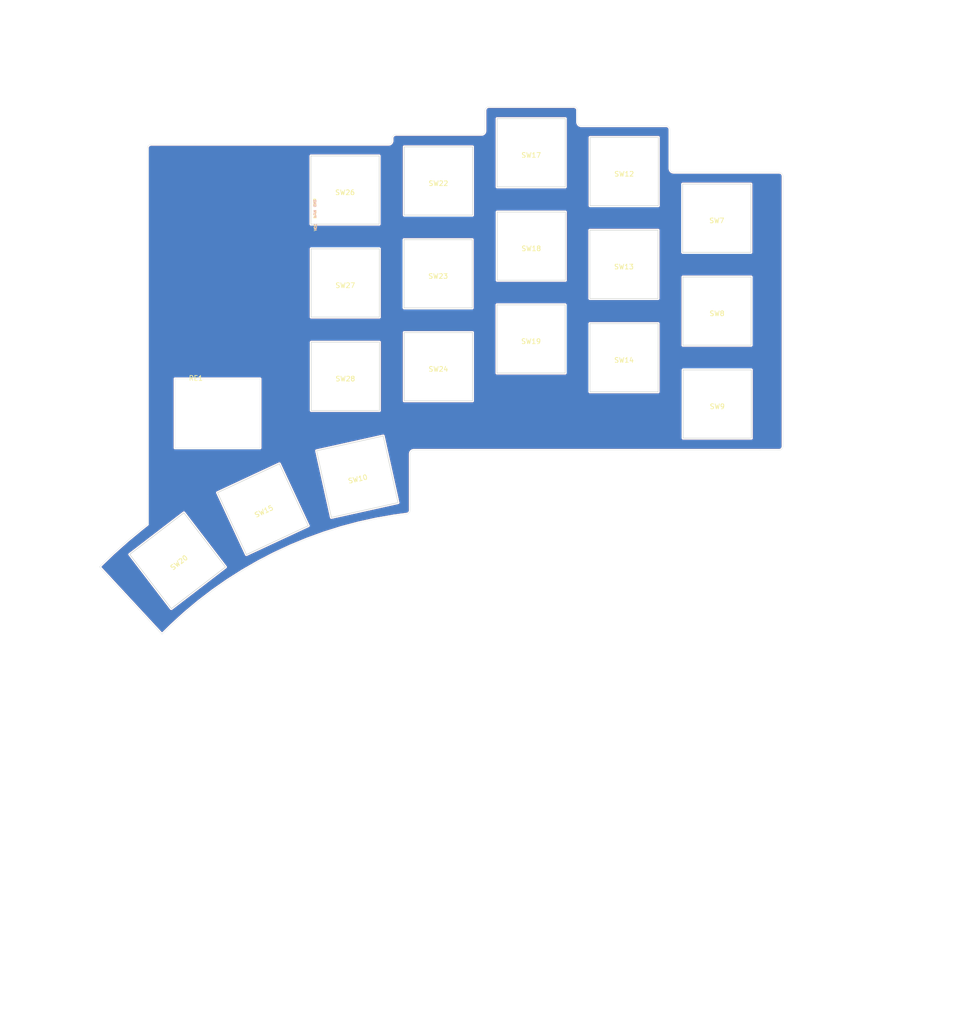
<source format=kicad_pcb>
(kicad_pcb (version 20171130) (host pcbnew "(5.1.7)-1")

  (general
    (thickness 1.6)
    (drawings 49)
    (tracks 0)
    (zones 0)
    (modules 19)
    (nets 1)
  )

  (page A4)
  (layers
    (0 F.Cu signal)
    (31 B.Cu signal)
    (32 B.Adhes user)
    (33 F.Adhes user)
    (34 B.Paste user)
    (35 F.Paste user)
    (36 B.SilkS user)
    (37 F.SilkS user)
    (38 B.Mask user)
    (39 F.Mask user)
    (40 Dwgs.User user)
    (41 Cmts.User user)
    (42 Eco1.User user)
    (43 Eco2.User user)
    (44 Edge.Cuts user)
    (45 Margin user)
    (46 B.CrtYd user)
    (47 F.CrtYd user)
    (48 B.Fab user)
    (49 F.Fab user)
  )

  (setup
    (last_trace_width 0.25)
    (user_trace_width 1)
    (trace_clearance 0.2)
    (zone_clearance 0.254)
    (zone_45_only no)
    (trace_min 0.2)
    (via_size 0.8)
    (via_drill 0.4)
    (via_min_size 0.4)
    (via_min_drill 0.3)
    (uvia_size 0.3)
    (uvia_drill 0.1)
    (uvias_allowed no)
    (uvia_min_size 0.2)
    (uvia_min_drill 0.1)
    (edge_width 0.05)
    (segment_width 0.2)
    (pcb_text_width 0.3)
    (pcb_text_size 1.5 1.5)
    (mod_edge_width 0.12)
    (mod_text_size 1 1)
    (mod_text_width 0.15)
    (pad_size 1.8796 3.7592)
    (pad_drill 0)
    (pad_to_mask_clearance 0)
    (aux_axis_origin 0 0)
    (visible_elements 7FFFFFFF)
    (pcbplotparams
      (layerselection 0x01cff_ffffffff)
      (usegerberextensions false)
      (usegerberattributes true)
      (usegerberadvancedattributes true)
      (creategerberjobfile true)
      (excludeedgelayer true)
      (linewidth 0.100000)
      (plotframeref false)
      (viasonmask false)
      (mode 1)
      (useauxorigin true)
      (hpglpennumber 1)
      (hpglpenspeed 20)
      (hpglpendiameter 15.000000)
      (psnegative false)
      (psa4output false)
      (plotreference true)
      (plotvalue true)
      (plotinvisibletext false)
      (padsonsilk true)
      (subtractmaskfromsilk false)
      (outputformat 1)
      (mirror false)
      (drillshape 0)
      (scaleselection 1)
      (outputdirectory "GERBER/"))
  )

  (net 0 "")

  (net_class Default "This is the default net class."
    (clearance 0.2)
    (trace_width 0.25)
    (via_dia 0.8)
    (via_drill 0.4)
    (uvia_dia 0.3)
    (uvia_drill 0.1)
  )

  (module User-Submitted:mx-cut (layer F.Cu) (tedit 60FDB82F) (tstamp 607545CB)
    (at 120.661509 96.069365)
    (path /60CA0123)
    (fp_text reference SW28 (at 0 0.5) (layer F.SilkS)
      (effects (font (size 1 1) (thickness 0.15)))
    )
    (fp_text value SW_PUSH (at 0 -0.5) (layer F.Fab)
      (effects (font (size 1 1) (thickness 0.15)))
    )
    (fp_line (start -7 -7) (end 7 -7) (layer Edge.Cuts) (width 0.12))
    (fp_line (start -7 -7) (end -7 7) (layer Edge.Cuts) (width 0.12))
    (fp_line (start -7 7) (end 7 7) (layer Edge.Cuts) (width 0.12))
    (fp_line (start 7 -7) (end 7 7) (layer Edge.Cuts) (width 0.12))
  )

  (module User-Submitted:mx-cut (layer F.Cu) (tedit 60FDB82F) (tstamp 60754433)
    (at 120.64213 76.943915)
    (path /60CA0113)
    (fp_text reference SW27 (at 0 0.5) (layer F.SilkS)
      (effects (font (size 1 1) (thickness 0.15)))
    )
    (fp_text value SW_PUSH (at 0 -0.5) (layer F.Fab)
      (effects (font (size 1 1) (thickness 0.15)))
    )
    (fp_line (start -7 -7) (end 7 -7) (layer Edge.Cuts) (width 0.12))
    (fp_line (start -7 -7) (end -7 7) (layer Edge.Cuts) (width 0.12))
    (fp_line (start -7 7) (end 7 7) (layer Edge.Cuts) (width 0.12))
    (fp_line (start 7 -7) (end 7 7) (layer Edge.Cuts) (width 0.12))
  )

  (module User-Submitted:mx-cut (layer F.Cu) (tedit 60FDB82F) (tstamp 607544FF)
    (at 120.598486 57.90902)
    (path /60C99CA5)
    (fp_text reference SW26 (at 0 0.5) (layer F.SilkS)
      (effects (font (size 1 1) (thickness 0.15)))
    )
    (fp_text value SW_PUSH (at 0 -0.5) (layer F.Fab)
      (effects (font (size 1 1) (thickness 0.15)))
    )
    (fp_line (start -7 -7) (end 7 -7) (layer Edge.Cuts) (width 0.12))
    (fp_line (start -7 -7) (end -7 7) (layer Edge.Cuts) (width 0.12))
    (fp_line (start -7 7) (end 7 7) (layer Edge.Cuts) (width 0.12))
    (fp_line (start 7 -7) (end 7 7) (layer Edge.Cuts) (width 0.12))
  )

  (module User-Submitted:mx-cut (layer F.Cu) (tedit 60FDB82F) (tstamp 607546FD)
    (at 139.728913 94.09329)
    (path /60A99EF3)
    (fp_text reference SW24 (at 0 0.5) (layer F.SilkS)
      (effects (font (size 1 1) (thickness 0.15)))
    )
    (fp_text value SW_PUSH (at 0 -0.5) (layer F.Fab)
      (effects (font (size 1 1) (thickness 0.15)))
    )
    (fp_line (start -7 -7) (end 7 -7) (layer Edge.Cuts) (width 0.12))
    (fp_line (start -7 -7) (end -7 7) (layer Edge.Cuts) (width 0.12))
    (fp_line (start -7 7) (end 7 7) (layer Edge.Cuts) (width 0.12))
    (fp_line (start 7 -7) (end 7 7) (layer Edge.Cuts) (width 0.12))
  )

  (module User-Submitted:mx-cut (layer F.Cu) (tedit 60FDB82F) (tstamp 60754565)
    (at 139.685269 75.058394)
    (path /60A99EE3)
    (fp_text reference SW23 (at 0 0.5) (layer F.SilkS)
      (effects (font (size 1 1) (thickness 0.15)))
    )
    (fp_text value SW_PUSH (at 0 -0.5) (layer F.Fab)
      (effects (font (size 1 1) (thickness 0.15)))
    )
    (fp_line (start -7 -7) (end 7 -7) (layer Edge.Cuts) (width 0.12))
    (fp_line (start -7 -7) (end -7 7) (layer Edge.Cuts) (width 0.12))
    (fp_line (start -7 7) (end 7 7) (layer Edge.Cuts) (width 0.12))
    (fp_line (start 7 -7) (end 7 7) (layer Edge.Cuts) (width 0.12))
  )

  (module User-Submitted:mx-cut (layer F.Cu) (tedit 60FDB82F) (tstamp 60754631)
    (at 139.732181 56.047769)
    (path /60A305CB)
    (fp_text reference SW22 (at 0 0.5) (layer F.SilkS)
      (effects (font (size 1 1) (thickness 0.15)))
    )
    (fp_text value SW_PUSH (at 0 -0.5) (layer F.Fab)
      (effects (font (size 1 1) (thickness 0.15)))
    )
    (fp_line (start -7 -7) (end 7 -7) (layer Edge.Cuts) (width 0.12))
    (fp_line (start -7 -7) (end -7 7) (layer Edge.Cuts) (width 0.12))
    (fp_line (start -7 7) (end 7 7) (layer Edge.Cuts) (width 0.12))
    (fp_line (start 7 -7) (end 7 7) (layer Edge.Cuts) (width 0.12))
  )

  (module User-Submitted:mx-cut (layer F.Cu) (tedit 60FDB82F) (tstamp 604B4E28)
    (at 86.278709 133.832179 37.5)
    (path /60EDC2C3)
    (fp_text reference SW20 (at 0 0.5 37.5) (layer F.SilkS)
      (effects (font (size 1 1) (thickness 0.15)))
    )
    (fp_text value SW_PUSH (at 0 -0.5 37.5) (layer F.Fab)
      (effects (font (size 1 1) (thickness 0.15)))
    )
    (fp_line (start -7 -7) (end 7 -7) (layer Edge.Cuts) (width 0.12))
    (fp_line (start -7 -7) (end -7 7) (layer Edge.Cuts) (width 0.12))
    (fp_line (start -7 7) (end 7 7) (layer Edge.Cuts) (width 0.12))
    (fp_line (start 7 -7) (end 7 7) (layer Edge.Cuts) (width 0.12))
  )

  (module User-Submitted:mx-cut (layer F.Cu) (tedit 60FDB82F) (tstamp 60754499)
    (at 158.722246 88.409196)
    (path /60A7723C)
    (fp_text reference SW19 (at 0 0.5) (layer F.SilkS)
      (effects (font (size 1 1) (thickness 0.15)))
    )
    (fp_text value SW_PUSH (at 0 -0.5) (layer F.Fab)
      (effects (font (size 1 1) (thickness 0.15)))
    )
    (fp_line (start -7 -7) (end 7 -7) (layer Edge.Cuts) (width 0.12))
    (fp_line (start -7 -7) (end -7 7) (layer Edge.Cuts) (width 0.12))
    (fp_line (start -7 7) (end 7 7) (layer Edge.Cuts) (width 0.12))
    (fp_line (start 7 -7) (end 7 7) (layer Edge.Cuts) (width 0.12))
  )

  (module User-Submitted:mx-cut (layer F.Cu) (tedit 60FDB82F) (tstamp 6075528B)
    (at 158.769162 69.398567)
    (path /60A7722C)
    (fp_text reference SW18 (at 0 0.5) (layer F.SilkS)
      (effects (font (size 1 1) (thickness 0.15)))
    )
    (fp_text value SW_PUSH (at 0 -0.5) (layer F.Fab)
      (effects (font (size 1 1) (thickness 0.15)))
    )
    (fp_line (start -7 -7) (end 7 -7) (layer Edge.Cuts) (width 0.12))
    (fp_line (start -7 -7) (end -7 7) (layer Edge.Cuts) (width 0.12))
    (fp_line (start -7 7) (end 7 7) (layer Edge.Cuts) (width 0.12))
    (fp_line (start 7 -7) (end 7 7) (layer Edge.Cuts) (width 0.12))
  )

  (module User-Submitted:mx-cut (layer F.Cu) (tedit 60FDB82F) (tstamp 60754D63)
    (at 158.749779 50.273116)
    (path /60A11263)
    (fp_text reference SW17 (at 0 0.5) (layer F.SilkS)
      (effects (font (size 1 1) (thickness 0.15)))
    )
    (fp_text value SW_PUSH (at 0 -0.5) (layer F.Fab)
      (effects (font (size 1 1) (thickness 0.15)))
    )
    (fp_line (start -7 -7) (end 7 -7) (layer Edge.Cuts) (width 0.12))
    (fp_line (start -7 -7) (end -7 7) (layer Edge.Cuts) (width 0.12))
    (fp_line (start -7 7) (end 7 7) (layer Edge.Cuts) (width 0.12))
    (fp_line (start 7 -7) (end 7 7) (layer Edge.Cuts) (width 0.12))
  )

  (module User-Submitted:mx-cut (layer F.Cu) (tedit 60FDB82F) (tstamp 60754E59)
    (at 103.762095 123.27886 25)
    (path /60EDC2A0)
    (fp_text reference SW15 (at 0 0.5 25) (layer F.SilkS)
      (effects (font (size 1 1) (thickness 0.15)))
    )
    (fp_text value SW_PUSH (at 0 -0.5 25) (layer F.Fab)
      (effects (font (size 1 1) (thickness 0.15)))
    )
    (fp_line (start -7 -7) (end 7 -7) (layer Edge.Cuts) (width 0.12))
    (fp_line (start -7 -7) (end -7 7) (layer Edge.Cuts) (width 0.12))
    (fp_line (start -7 7) (end 7 7) (layer Edge.Cuts) (width 0.12))
    (fp_line (start 7 -7) (end 7 7) (layer Edge.Cuts) (width 0.12))
  )

  (module User-Submitted:mx-cut (layer F.Cu) (tedit 60FDB82F) (tstamp 60754EBF)
    (at 177.782678 92.254677)
    (path /609F2C3A)
    (fp_text reference SW14 (at 0 0.5) (layer F.SilkS)
      (effects (font (size 1 1) (thickness 0.15)))
    )
    (fp_text value SW_PUSH (at 0 -0.5) (layer F.Fab)
      (effects (font (size 1 1) (thickness 0.15)))
    )
    (fp_line (start -7 -7) (end 7 -7) (layer Edge.Cuts) (width 0.12))
    (fp_line (start -7 -7) (end -7 7) (layer Edge.Cuts) (width 0.12))
    (fp_line (start -7 7) (end 7 7) (layer Edge.Cuts) (width 0.12))
    (fp_line (start 7 -7) (end 7 7) (layer Edge.Cuts) (width 0.12))
  )

  (module User-Submitted:mx-cut (layer F.Cu) (tedit 60FDB82F) (tstamp 60E92618)
    (at 177.763305 73.129232)
    (path /609F2C2A)
    (fp_text reference SW13 (at 0 0.5) (layer F.SilkS)
      (effects (font (size 1 1) (thickness 0.15)))
    )
    (fp_text value SW_PUSH (at 0 -0.5) (layer F.Fab)
      (effects (font (size 1 1) (thickness 0.15)))
    )
    (fp_line (start -7 -7) (end 7 -7) (layer Edge.Cuts) (width 0.12))
    (fp_line (start -7 -7) (end -7 7) (layer Edge.Cuts) (width 0.12))
    (fp_line (start -7 7) (end 7 7) (layer Edge.Cuts) (width 0.12))
    (fp_line (start 7 -7) (end 7 7) (layer Edge.Cuts) (width 0.12))
  )

  (module User-Submitted:mx-cut (layer F.Cu) (tedit 60FDB82F) (tstamp 6075482F)
    (at 177.810215 54.118605)
    (path /609D6528)
    (fp_text reference SW12 (at 0 0.5) (layer F.SilkS)
      (effects (font (size 1 1) (thickness 0.15)))
    )
    (fp_text value SW_PUSH (at 0 -0.5) (layer F.Fab)
      (effects (font (size 1 1) (thickness 0.15)))
    )
    (fp_line (start -7 -7) (end 7 -7) (layer Edge.Cuts) (width 0.12))
    (fp_line (start -7 -7) (end -7 7) (layer Edge.Cuts) (width 0.12))
    (fp_line (start -7 7) (end 7 7) (layer Edge.Cuts) (width 0.12))
    (fp_line (start 7 -7) (end 7 7) (layer Edge.Cuts) (width 0.12))
  )

  (module User-Submitted:mx-cut (layer F.Cu) (tedit 60FDB82F) (tstamp 607548FB)
    (at 123.112884 116.622921 12.5)
    (path /60EDC27D)
    (fp_text reference SW10 (at 0 0.5 12.5) (layer F.SilkS)
      (effects (font (size 1 1) (thickness 0.15)))
    )
    (fp_text value SW_PUSH (at 0 -0.5 12.5) (layer F.Fab)
      (effects (font (size 1 1) (thickness 0.15)))
    )
    (fp_line (start -7 -7) (end 7 -7) (layer Edge.Cuts) (width 0.12))
    (fp_line (start -7 -7) (end -7 7) (layer Edge.Cuts) (width 0.12))
    (fp_line (start -7 7) (end 7 7) (layer Edge.Cuts) (width 0.12))
    (fp_line (start 7 -7) (end 7 7) (layer Edge.Cuts) (width 0.12))
  )

  (module User-Submitted:mx-cut (layer F.Cu) (tedit 60FDB82F) (tstamp 60754961)
    (at 196.884677 101.740622)
    (path /609BAC8E)
    (fp_text reference SW9 (at 0 0.5) (layer F.SilkS)
      (effects (font (size 1 1) (thickness 0.15)))
    )
    (fp_text value SW_PUSH (at 0 -0.5) (layer F.Fab)
      (effects (font (size 1 1) (thickness 0.15)))
    )
    (fp_line (start -7 -7) (end 7 -7) (layer Edge.Cuts) (width 0.12))
    (fp_line (start -7 -7) (end -7 7) (layer Edge.Cuts) (width 0.12))
    (fp_line (start -7 7) (end 7 7) (layer Edge.Cuts) (width 0.12))
    (fp_line (start 7 -7) (end 7 7) (layer Edge.Cuts) (width 0.12))
  )

  (module User-Submitted:mx-cut (layer F.Cu) (tedit 60FDB82F) (tstamp 607549C7)
    (at 196.841035 82.705722)
    (path /609BAC7E)
    (fp_text reference SW8 (at 0 0.5) (layer F.SilkS)
      (effects (font (size 1 1) (thickness 0.15)))
    )
    (fp_text value SW_PUSH (at 0 -0.5) (layer F.Fab)
      (effects (font (size 1 1) (thickness 0.15)))
    )
    (fp_line (start -7 -7) (end 7 -7) (layer Edge.Cuts) (width 0.12))
    (fp_line (start -7 -7) (end -7 7) (layer Edge.Cuts) (width 0.12))
    (fp_line (start -7 7) (end 7 7) (layer Edge.Cuts) (width 0.12))
    (fp_line (start 7 -7) (end 7 7) (layer Edge.Cuts) (width 0.12))
  )

  (module User-Submitted:mx-cut (layer F.Cu) (tedit 60FDB82F) (tstamp 60754F8B)
    (at 196.797387 63.67082)
    (path /60963566)
    (fp_text reference SW7 (at 0 0.5) (layer F.SilkS)
      (effects (font (size 1 1) (thickness 0.15)))
    )
    (fp_text value SW_PUSH (at 0 -0.5) (layer F.Fab)
      (effects (font (size 1 1) (thickness 0.15)))
    )
    (fp_line (start -7 -7) (end 7 -7) (layer Edge.Cuts) (width 0.12))
    (fp_line (start -7 -7) (end -7 7) (layer Edge.Cuts) (width 0.12))
    (fp_line (start -7 7) (end 7 7) (layer Edge.Cuts) (width 0.12))
    (fp_line (start 7 -7) (end 7 7) (layer Edge.Cuts) (width 0.12))
  )

  (module User-Submitted:RotaryEncoder_Alps_EC11E-cutout (layer F.Cu) (tedit 60FDB624) (tstamp 607B280B)
    (at 87.215254 101.15033)
    (descr "Alps rotary encoder, EC12E... with switch, vertical shaft, http://www.alps.com/prod/info/E/HTML/Encoder/Incremental/EC11/EC11E15204A3.html")
    (tags "rotary encoder")
    (path /607AEED1)
    (fp_text reference RE1 (at 2.8 -4.7) (layer F.SilkS)
      (effects (font (size 1 1) (thickness 0.15)))
    )
    (fp_text value Rotary_Encoder_Switch (at 7.5 10.4) (layer F.Fab)
      (effects (font (size 1 1) (thickness 0.15)))
    )
    (fp_line (start -1.5 -4.6) (end 16 -4.6) (layer Edge.Cuts) (width 0.05))
    (fp_line (start -1.5 -4.6) (end -1.5 9.6) (layer Edge.Cuts) (width 0.05))
    (fp_line (start 16 9.6) (end 16 -4.6) (layer Edge.Cuts) (width 0.05))
    (fp_line (start 16 9.6) (end -1.5 9.6) (layer Edge.Cuts) (width 0.05))
    (model ${KISYS3DMOD}/Rotary_Encoder.3dshapes/RotaryEncoder_Alps_EC11E-Switch_Vertical_H20mm.wrl
      (at (xyz 0 0 0))
      (scale (xyz 1 1 1))
      (rotate (xyz 0 0 0))
    )
  )

  (gr_text VCC (at 114.520254 65.59033 90) (layer F.SilkS) (tstamp 60793E7E)
    (effects (font (size 0.5 0.5) (thickness 0.125)))
  )
  (gr_text VCC (at 114.520255 65.46333 270) (layer B.SilkS)
    (effects (font (size 0.5 0.5) (thickness 0.125)) (justify mirror))
  )
  (gr_text PWM (at 114.393254 62.923331 270) (layer F.SilkS) (tstamp 60793E79)
    (effects (font (size 0.5 0.5) (thickness 0.125)))
  )
  (gr_text PWM (at 114.393254 62.79633 270) (layer B.SilkS)
    (effects (font (size 0.5 0.5) (thickness 0.125)) (justify mirror))
  )
  (gr_text GND (at 114.393254 60.63733 270) (layer B.SilkS) (tstamp 60792F0B)
    (effects (font (size 0.5 0.5) (thickness 0.125)) (justify mirror))
  )
  (gr_text GND (at 114.393255 60.38333 90) (layer F.SilkS)
    (effects (font (size 0.5 0.5) (thickness 0.125)))
  )
  (gr_line (start 70.263096 135.074394) (end 70.280491 135.091801) (layer Edge.Cuts) (width 0.05) (tstamp 6078DFE1))
  (gr_arc (start 143.349254 208.21133) (end 80.093256 126.423331) (angle -7.261227871) (layer Edge.Cuts) (width 0.05))
  (gr_line (start 80.093255 120.238431) (end 80.093255 126.423331) (layer Edge.Cuts) (width 0.05))
  (gr_line (start 80.855255 48.57233) (end 89.855255 48.57233) (layer Edge.Cuts) (width 0.05) (tstamp 6078DF8D))
  (gr_line (start 205.579254 111.18333) (end 209.579254 111.18333) (layer Edge.Cuts) (width 0.05) (tstamp 6075B9F7))
  (gr_line (start 205.579254 54.287331) (end 209.579254 54.28733) (layer Edge.Cuts) (width 0.05) (tstamp 6075B9F4))
  (gr_line (start 70.280491 135.091801) (end 83.082923 148.893623) (layer Edge.Cuts) (width 0.05) (tstamp 6075755D))
  (gr_line (start 80.093255 49.334331) (end 80.093255 120.238431) (layer Edge.Cuts) (width 0.05))
  (gr_line (start 89.855255 48.57233) (end 102.455255 48.57233) (layer Edge.Cuts) (width 0.05) (tstamp 60757557))
  (gr_line (start 210.341254 55.04933) (end 210.341254 110.421331) (layer Edge.Cuts) (width 0.05) (tstamp 60755B10))
  (gr_arc (start 143.374655 208.22403) (end 84.967536 147.037441) (angle -1.791806826) (layer Edge.Cuts) (width 0.05))
  (gr_line (start 104.557841 118.39453) (end 146.819667 209.025309) (layer Dwgs.User) (width 0.15))
  (gr_line (start 87.074455 128.947849) (end 163.622035 228.706598) (layer Dwgs.User) (width 0.15))
  (gr_line (start 168.241254 41.587331) (end 168.241255 44.00033) (layer Edge.Cuts) (width 0.05) (tstamp 6074A0C8))
  (gr_line (start 133.934254 123.50233) (end 133.934254 122.86733) (layer Edge.Cuts) (width 0.05) (tstamp 6074A1D3))
  (gr_arc (start 143.349254 208.21133) (end 133.172255 124.264332) (angle -36.7498178) (layer Edge.Cuts) (width 0.05))
  (gr_line (start 134.696255 111.183331) (end 144.746254 111.18333) (layer Edge.Cuts) (width 0.05) (tstamp 6074A1CB))
  (gr_line (start 180.814254 111.18333) (end 205.579254 111.18333) (layer Edge.Cuts) (width 0.05) (tstamp 6074A1AF))
  (gr_line (start 204.817254 54.28733) (end 205.579254 54.287331) (layer Edge.Cuts) (width 0.05) (tstamp 6074A1AE))
  (gr_arc (start 209.579254 55.04933) (end 210.341254 55.04933) (angle -90) (layer Edge.Cuts) (width 0.05))
  (gr_arc (start 209.579254 110.42133) (end 209.579254 111.18333) (angle -90) (layer Edge.Cuts) (width 0.05))
  (gr_line (start 144.746254 111.18333) (end 180.814254 111.18333) (layer Edge.Cuts) (width 0.05) (tstamp 6074A14C))
  (gr_line (start 133.934254 111.945329) (end 133.934254 122.86733) (layer Edge.Cuts) (width 0.05) (tstamp 6074A14B))
  (gr_arc (start 134.696255 111.94533) (end 134.696255 111.183331) (angle -90) (layer Edge.Cuts) (width 0.05))
  (gr_arc (start 133.172254 123.50233) (end 133.172255 124.26433) (angle -90) (layer Edge.Cuts) (width 0.05))
  (gr_arc (start 80.855254 49.33433) (end 80.855255 48.57233) (angle -90) (layer Edge.Cuts) (width 0.05))
  (gr_line (start 129.506255 48.57233) (end 102.455255 48.57233) (layer Edge.Cuts) (width 0.05))
  (gr_line (start 149.318255 45.77833) (end 149.318255 41.58733) (layer Edge.Cuts) (width 0.05) (tstamp 6074AE04))
  (gr_line (start 131.030255 46.540331) (end 148.556255 46.540331) (layer Edge.Cuts) (width 0.05) (tstamp 6074AE03))
  (gr_line (start 130.268254 47.30233) (end 130.268254 47.81033) (layer Edge.Cuts) (width 0.05) (tstamp 6074AE02))
  (gr_arc (start 129.506254 47.810331) (end 129.506255 48.57233) (angle -90) (layer Edge.Cuts) (width 0.05))
  (gr_arc (start 131.030255 47.302331) (end 131.030255 46.540331) (angle -90) (layer Edge.Cuts) (width 0.05))
  (gr_arc (start 148.556255 45.77833) (end 148.556255 46.540331) (angle -90) (layer Edge.Cuts) (width 0.05))
  (gr_arc (start 150.080254 41.58733) (end 150.080254 40.825331) (angle -90) (layer Edge.Cuts) (width 0.05))
  (gr_line (start 167.479254 40.825331) (end 150.080254 40.825331) (layer Edge.Cuts) (width 0.05))
  (gr_arc (start 167.479254 41.58733) (end 168.241254 41.587331) (angle -90) (layer Edge.Cuts) (width 0.05))
  (gr_arc (start 169.003254 44.000329) (end 168.241255 44.00033) (angle -90) (layer Edge.Cuts) (width 0.05))
  (gr_line (start 186.402254 44.76233) (end 169.003254 44.76233) (layer Edge.Cuts) (width 0.05))
  (gr_arc (start 186.402255 45.52433) (end 187.164255 45.524331) (angle -90) (layer Edge.Cuts) (width 0.05))
  (gr_line (start 187.164255 53.525331) (end 187.164255 45.524331) (layer Edge.Cuts) (width 0.05))
  (gr_line (start 187.926254 54.28733) (end 188.561254 54.28733) (layer Edge.Cuts) (width 0.05) (tstamp 6074AE01))
  (gr_arc (start 187.926255 53.52533) (end 187.164255 53.525331) (angle -90) (layer Edge.Cuts) (width 0.05))
  (gr_line (start 204.817254 54.28733) (end 188.561254 54.28733) (layer Edge.Cuts) (width 0.05))

  (zone (net 0) (net_name "") (layer F.Cu) (tstamp 60FE3752) (hatch edge 0.508)
    (connect_pads yes (clearance 0.254))
    (min_thickness 0.254)
    (fill yes (arc_segments 32) (thermal_gap 0.26) (thermal_bridge_width 0.26))
    (polygon
      (pts
        (xy 240.504255 19.87033) (xy 238.091254 127.56633) (xy 64.355255 156.77633) (xy 56.354254 18.981331)
      )
    )
    (filled_polygon
      (pts
        (xy 167.548021 41.240019) (xy 167.614174 41.259991) (xy 167.675181 41.29243) (xy 167.728733 41.336106) (xy 167.772778 41.389347)
        (xy 167.805642 41.450127) (xy 167.826076 41.51614) (xy 167.835254 41.603467) (xy 167.835256 44.020271) (xy 167.836978 44.037752)
        (xy 167.836945 44.042446) (xy 167.837498 44.048088) (xy 167.853043 44.19599) (xy 167.860445 44.232049) (xy 167.867338 44.268183)
        (xy 167.868976 44.27361) (xy 167.912953 44.415675) (xy 167.927239 44.449659) (xy 167.940998 44.483714) (xy 167.943655 44.488711)
        (xy 167.943659 44.488721) (xy 167.943664 44.488729) (xy 168.014392 44.619537) (xy 168.034962 44.650034) (xy 168.055117 44.680834)
        (xy 168.058696 44.685222) (xy 168.0587 44.685228) (xy 168.058705 44.685233) (xy 168.153495 44.799815) (xy 168.179593 44.825732)
        (xy 168.205352 44.852036) (xy 168.20972 44.85565) (xy 168.324967 44.949642) (xy 168.355624 44.970011) (xy 168.385979 44.990795)
        (xy 168.390961 44.993489) (xy 168.390965 44.993492) (xy 168.390969 44.993494) (xy 168.522275 45.06331) (xy 168.556308 45.077337)
        (xy 168.590119 45.091828) (xy 168.595531 45.093504) (xy 168.595537 45.093506) (xy 168.737904 45.136488) (xy 168.774021 45.143639)
        (xy 168.809993 45.151285) (xy 168.815622 45.151877) (xy 168.815632 45.151879) (xy 168.815641 45.151879) (xy 168.958996 45.165935)
        (xy 168.983313 45.16833) (xy 186.382404 45.16833) (xy 186.471022 45.177019) (xy 186.537175 45.196991) (xy 186.598182 45.22943)
        (xy 186.651734 45.273106) (xy 186.695779 45.326347) (xy 186.728643 45.387127) (xy 186.749077 45.45314) (xy 186.758256 45.540476)
        (xy 186.758255 53.545271) (xy 186.759978 53.562762) (xy 186.759945 53.567447) (xy 186.760498 53.573089) (xy 186.776043 53.720991)
        (xy 186.783446 53.757057) (xy 186.790338 53.793183) (xy 186.791976 53.79861) (xy 186.835953 53.940676) (xy 186.850228 53.974636)
        (xy 186.863998 54.008716) (xy 186.866657 54.013717) (xy 186.866659 54.013722) (xy 186.866662 54.013726) (xy 186.937392 54.144539)
        (xy 186.957962 54.175036) (xy 186.978117 54.205836) (xy 186.981696 54.210224) (xy 186.9817 54.21023) (xy 186.981705 54.210235)
        (xy 187.076495 54.324817) (xy 187.102593 54.350734) (xy 187.128352 54.377038) (xy 187.13272 54.380652) (xy 187.247967 54.474644)
        (xy 187.278661 54.495037) (xy 187.308982 54.515798) (xy 187.31396 54.518491) (xy 187.313965 54.518494) (xy 187.31397 54.518496)
        (xy 187.445277 54.588312) (xy 187.479323 54.602345) (xy 187.513117 54.616829) (xy 187.518532 54.618506) (xy 187.660901 54.661489)
        (xy 187.696999 54.668637) (xy 187.732993 54.676287) (xy 187.738627 54.67688) (xy 187.738631 54.67688) (xy 187.886293 54.691358)
        (xy 187.906313 54.69333) (xy 204.837195 54.69333) (xy 204.837204 54.693329) (xy 205.559313 54.693331) (xy 205.599194 54.693331)
        (xy 209.559392 54.693329) (xy 209.64802 54.702019) (xy 209.714173 54.721991) (xy 209.775183 54.754432) (xy 209.828731 54.798104)
        (xy 209.87278 54.85135) (xy 209.90564 54.912123) (xy 209.926075 54.978139) (xy 209.935254 55.06547) (xy 209.935255 110.401467)
        (xy 209.926565 110.490096) (xy 209.906591 110.556253) (xy 209.874154 110.617258) (xy 209.830479 110.670808) (xy 209.777236 110.714855)
        (xy 209.716459 110.747717) (xy 209.650445 110.768151) (xy 209.563115 110.77733) (xy 144.726313 110.77733) (xy 134.676314 110.777332)
        (xy 134.658833 110.779054) (xy 134.654139 110.779021) (xy 134.648497 110.779574) (xy 134.500596 110.795119) (xy 134.464548 110.802519)
        (xy 134.428405 110.809413) (xy 134.42298 110.811051) (xy 134.422974 110.811053) (xy 134.280913 110.855028) (xy 134.246974 110.869294)
        (xy 134.212871 110.883073) (xy 134.207865 110.885734) (xy 134.077048 110.956467) (xy 134.046551 110.977037) (xy 134.015751 110.997192)
        (xy 134.011357 111.000775) (xy 133.89677 111.09557) (xy 133.870834 111.121687) (xy 133.844549 111.147428) (xy 133.84094 111.15179)
        (xy 133.840936 111.151794) (xy 133.840935 111.151796) (xy 133.746942 111.267042) (xy 133.726561 111.297718) (xy 133.70579 111.328054)
        (xy 133.703093 111.333041) (xy 133.633275 111.46435) (xy 133.619241 111.498399) (xy 133.604757 111.532192) (xy 133.60308 111.537608)
        (xy 133.560096 111.679976) (xy 133.552944 111.716097) (xy 133.545299 111.752067) (xy 133.544706 111.757705) (xy 133.530627 111.901301)
        (xy 133.528254 111.925389) (xy 133.528255 122.847389) (xy 133.528254 123.482476) (xy 133.519565 123.571095) (xy 133.499591 123.637252)
        (xy 133.467152 123.698261) (xy 133.42348 123.751808) (xy 133.370239 123.795853) (xy 133.309458 123.828717) (xy 133.243446 123.849151)
        (xy 133.149522 123.859023) (xy 133.134843 123.860059) (xy 133.117245 123.862076) (xy 130.55864 124.211979) (xy 130.55125 124.213154)
        (xy 130.543763 124.214295) (xy 126.909437 124.84938) (xy 126.909429 124.849381) (xy 126.90833 124.849598) (xy 126.892052 124.85281)
        (xy 126.892018 124.852818) (xy 123.288934 125.645807) (xy 123.28888 125.645818) (xy 123.271668 125.650002) (xy 119.706526 126.59942)
        (xy 119.706515 126.599423) (xy 119.689502 126.604354) (xy 116.169157 127.708381) (xy 116.152375 127.714049) (xy 112.683538 128.970581)
        (xy 112.667019 128.976976) (xy 109.256307 130.383615) (xy 109.256291 130.383621) (xy 109.240067 130.39073) (xy 105.893961 131.944802)
        (xy 105.893943 131.94481) (xy 105.878045 131.95262) (xy 102.602894 133.651176) (xy 102.587351 133.659672) (xy 102.587337 133.659681)
        (xy 99.389442 135.499453) (xy 99.389407 135.499472) (xy 99.381829 135.504055) (xy 99.37425 135.508638) (xy 99.374218 135.508659)
        (xy 96.259621 137.486167) (xy 96.2596 137.48618) (xy 96.253707 137.490105) (xy 96.244857 137.495998) (xy 96.244827 137.49602)
        (xy 93.219431 139.607516) (xy 93.20513 139.617968) (xy 93.205102 139.617991) (xy 90.274688 141.859444) (xy 90.260857 141.870509)
        (xy 90.260831 141.870532) (xy 87.430997 144.237658) (xy 87.430974 144.237676) (xy 87.424754 144.243114) (xy 87.417639 144.249334)
        (xy 87.417615 144.249357) (xy 84.693705 146.737686) (xy 84.688095 146.743039) (xy 84.682641 146.748182) (xy 83.096082 148.310806)
        (xy 70.832595 135.090003) (xy 73.400334 132.620728) (xy 73.458412 132.569018) (xy 76.021722 132.569018) (xy 76.035872 132.654727)
        (xy 76.066473 132.736028) (xy 76.112345 132.809798) (xy 76.127223 132.825682) (xy 84.623516 143.898268) (xy 84.635005 143.916744)
        (xy 84.649878 143.932623) (xy 84.64988 143.932626) (xy 84.694388 143.980146) (xy 84.736096 144.010034) (xy 84.765 144.030747)
        (xy 84.808274 144.050354) (xy 84.844125 144.066598) (xy 84.928725 144.086323) (xy 85.015547 144.089166) (xy 85.015548 144.089166)
        (xy 85.101257 144.075016) (xy 85.182558 144.044415) (xy 85.237848 144.010034) (xy 85.237851 144.010032) (xy 85.256328 143.998542)
        (xy 85.272208 143.983669) (xy 96.344803 135.487368) (xy 96.363274 135.475882) (xy 96.379149 135.461014) (xy 96.379156 135.461008)
        (xy 96.426676 135.4165) (xy 96.477276 135.345889) (xy 96.513128 135.266763) (xy 96.532853 135.182163) (xy 96.535696 135.095341)
        (xy 96.534905 135.090546) (xy 96.521545 135.00963) (xy 96.490945 134.928329) (xy 96.456563 134.873038) (xy 96.456559 134.873033)
        (xy 96.445072 134.85456) (xy 96.430202 134.838683) (xy 87.933902 123.766092) (xy 87.922412 123.747614) (xy 87.863029 123.684212)
        (xy 87.860115 123.682124) (xy 87.792418 123.633611) (xy 87.713292 123.59776) (xy 87.628692 123.578035) (xy 87.54187 123.575192)
        (xy 87.541869 123.575192) (xy 87.527719 123.577528) (xy 87.456161 123.589342) (xy 87.407645 123.607603) (xy 87.374859 123.619943)
        (xy 87.350755 123.634932) (xy 87.30109 123.665815) (xy 87.285209 123.68069) (xy 76.212627 132.176982) (xy 76.194144 132.188475)
        (xy 76.156236 132.223981) (xy 76.130742 132.247859) (xy 76.080141 132.31847) (xy 76.04429 132.397596) (xy 76.024565 132.482196)
        (xy 76.021722 132.569018) (xy 73.458412 132.569018) (xy 76.353652 129.991258) (xy 79.407832 127.475366) (xy 80.315733 126.764773)
        (xy 80.319908 126.762541) (xy 80.381729 126.711805) (xy 80.432465 126.649984) (xy 80.470165 126.579452) (xy 80.482007 126.540413)
        (xy 80.48203 126.540342) (xy 80.482046 126.540285) (xy 80.49338 126.502921) (xy 80.49721 126.464035) (xy 80.497213 126.46401)
        (xy 80.497216 126.463978) (xy 80.499255 126.443272) (xy 80.499255 119.912362) (xy 94.016902 119.912362) (xy 94.02918 119.998359)
        (xy 94.057999 120.080309) (xy 94.069085 120.099036) (xy 99.967438 132.748099) (xy 99.974654 132.768618) (xy 99.985734 132.787334)
        (xy 99.985738 132.787343) (xy 100.018906 132.84337) (xy 100.076891 132.908054) (xy 100.146382 132.960182) (xy 100.224707 132.99775)
        (xy 100.308856 133.019318) (xy 100.395597 133.024054) (xy 100.481594 133.011775) (xy 100.563544 132.982957) (xy 100.582279 132.971866)
        (xy 113.231327 127.07352) (xy 113.251853 127.066302) (xy 113.287227 127.045361) (xy 113.326605 127.022049) (xy 113.391289 126.964064)
        (xy 113.443417 126.894573) (xy 113.480985 126.816248) (xy 113.502553 126.732099) (xy 113.507289 126.645358) (xy 113.49501 126.559361)
        (xy 113.483044 126.525331) (xy 113.473411 126.497939) (xy 113.47341 126.497937) (xy 113.466192 126.477411) (xy 113.455108 126.458687)
        (xy 107.556758 113.809637) (xy 107.549537 113.789102) (xy 107.505284 113.71435) (xy 107.447298 113.649666) (xy 107.377807 113.597538)
        (xy 107.299482 113.55997) (xy 107.215333 113.538402) (xy 107.128593 113.533667) (xy 107.042595 113.545945) (xy 106.981174 113.567544)
        (xy 106.981165 113.567548) (xy 106.960646 113.574764) (xy 106.94193 113.585844) (xy 94.292865 119.4842) (xy 94.272337 119.491419)
        (xy 94.253613 119.502503) (xy 94.253612 119.502504) (xy 94.197585 119.535672) (xy 94.132901 119.593657) (xy 94.080773 119.663148)
        (xy 94.043205 119.741473) (xy 94.021637 119.825622) (xy 94.016902 119.912362) (xy 80.499255 119.912362) (xy 80.499255 111.313592)
        (xy 114.320708 111.313592) (xy 114.327982 111.373916) (xy 114.331107 111.399837) (xy 114.337876 111.420517) (xy 117.358658 125.046391)
        (xy 117.361261 125.067981) (xy 117.368026 125.088648) (xy 117.368029 125.088662) (xy 117.388284 125.15054) (xy 117.430895 125.226241)
        (xy 117.487456 125.292174) (xy 117.555794 125.345804) (xy 117.63328 125.385074) (xy 117.716939 125.408471) (xy 117.803555 125.415097)
        (xy 117.8898 125.404699) (xy 117.910487 125.397927) (xy 131.536347 122.377149) (xy 131.557944 122.374545) (xy 131.578618 122.367778)
        (xy 131.578625 122.367776) (xy 131.640503 122.347521) (xy 131.716204 122.30491) (xy 131.782137 122.248349) (xy 131.835767 122.180011)
        (xy 131.875037 122.102525) (xy 131.898434 122.018866) (xy 131.90506 121.93225) (xy 131.894662 121.846005) (xy 131.88789 121.825318)
        (xy 128.867113 108.199468) (xy 128.864508 108.177861) (xy 128.837483 108.095302) (xy 128.794872 108.019601) (xy 128.738311 107.953669)
        (xy 128.669974 107.900038) (xy 128.592487 107.860769) (xy 128.508828 107.837371) (xy 128.422213 107.830745) (xy 128.422212 107.830745)
        (xy 128.357572 107.838539) (xy 128.357571 107.838539) (xy 128.335968 107.841144) (xy 128.315288 107.847913) (xy 114.689424 110.868694)
        (xy 114.667824 110.871298) (xy 114.647148 110.878066) (xy 114.647143 110.878067) (xy 114.59154 110.896268) (xy 114.585265 110.898322)
        (xy 114.509564 110.940933) (xy 114.443632 110.997494) (xy 114.390001 111.065832) (xy 114.350732 111.143318) (xy 114.327334 111.226977)
        (xy 114.320708 111.313592) (xy 80.499255 111.313592) (xy 80.499255 96.55033) (xy 85.30729 96.55033) (xy 85.309254 96.570271)
        (xy 85.309255 110.730379) (xy 85.30729 110.75033) (xy 85.315129 110.82992) (xy 85.338344 110.906451) (xy 85.376044 110.976983)
        (xy 85.42678 111.038804) (xy 85.488601 111.08954) (xy 85.559133 111.12724) (xy 85.635664 111.150455) (xy 85.695313 111.15633)
        (xy 85.695314 111.15633) (xy 85.715254 111.158294) (xy 85.735195 111.15633) (xy 103.195313 111.15633) (xy 103.215254 111.158294)
        (xy 103.235194 111.15633) (xy 103.235195 111.15633) (xy 103.294844 111.150455) (xy 103.371375 111.12724) (xy 103.441907 111.08954)
        (xy 103.503728 111.038804) (xy 103.554464 110.976983) (xy 103.592164 110.906451) (xy 103.615379 110.82992) (xy 103.623218 110.75033)
        (xy 103.621254 110.730389) (xy 103.621254 96.570271) (xy 103.623218 96.55033) (xy 103.615379 96.47074) (xy 103.592164 96.394209)
        (xy 103.554464 96.323677) (xy 103.503728 96.261856) (xy 103.441907 96.21112) (xy 103.371375 96.17342) (xy 103.294844 96.150205)
        (xy 103.235195 96.14433) (xy 103.215254 96.142366) (xy 103.195314 96.14433) (xy 85.735194 96.14433) (xy 85.715254 96.142366)
        (xy 85.695313 96.14433) (xy 85.635664 96.150205) (xy 85.559133 96.17342) (xy 85.488601 96.21112) (xy 85.42678 96.261856)
        (xy 85.376044 96.323677) (xy 85.338344 96.394209) (xy 85.315129 96.47074) (xy 85.30729 96.55033) (xy 80.499255 96.55033)
        (xy 80.499255 89.069365) (xy 113.218376 89.069365) (xy 113.220509 89.091021) (xy 113.22051 103.047699) (xy 113.218376 103.069365)
        (xy 113.226891 103.155816) (xy 113.252107 103.238945) (xy 113.293057 103.315557) (xy 113.348167 103.382707) (xy 113.415317 103.437817)
        (xy 113.491929 103.478767) (xy 113.575058 103.503983) (xy 113.639853 103.510365) (xy 113.661509 103.512498) (xy 113.683165 103.510365)
        (xy 127.639853 103.510365) (xy 127.661509 103.512498) (xy 127.74796 103.503983) (xy 127.831089 103.478767) (xy 127.907701 103.437817)
        (xy 127.974851 103.382707) (xy 128.029961 103.315557) (xy 128.070911 103.238945) (xy 128.096127 103.155816) (xy 128.102509 103.091021)
        (xy 128.104642 103.069365) (xy 128.102509 103.047709) (xy 128.102509 89.091021) (xy 128.104642 89.069365) (xy 128.096127 88.982914)
        (xy 128.070911 88.899785) (xy 128.029961 88.823173) (xy 127.974851 88.756023) (xy 127.907701 88.700913) (xy 127.831089 88.659963)
        (xy 127.74796 88.634747) (xy 127.683165 88.628365) (xy 127.661509 88.626232) (xy 127.639853 88.628365) (xy 113.683165 88.628365)
        (xy 113.661509 88.626232) (xy 113.639853 88.628365) (xy 113.575058 88.634747) (xy 113.491929 88.659963) (xy 113.415317 88.700913)
        (xy 113.348167 88.756023) (xy 113.293057 88.823173) (xy 113.252107 88.899785) (xy 113.226891 88.982914) (xy 113.218376 89.069365)
        (xy 80.499255 89.069365) (xy 80.499255 87.09329) (xy 132.28578 87.09329) (xy 132.287913 87.114946) (xy 132.287914 101.071624)
        (xy 132.28578 101.09329) (xy 132.294295 101.179741) (xy 132.319511 101.26287) (xy 132.360461 101.339482) (xy 132.415571 101.406632)
        (xy 132.482721 101.461742) (xy 132.559333 101.502692) (xy 132.642462 101.527908) (xy 132.707257 101.53429) (xy 132.728913 101.536423)
        (xy 132.750569 101.53429) (xy 146.707257 101.53429) (xy 146.728913 101.536423) (xy 146.815364 101.527908) (xy 146.898493 101.502692)
        (xy 146.975105 101.461742) (xy 147.042255 101.406632) (xy 147.097365 101.339482) (xy 147.138315 101.26287) (xy 147.163531 101.179741)
        (xy 147.169913 101.114946) (xy 147.172046 101.09329) (xy 147.169913 101.071634) (xy 147.169913 87.114946) (xy 147.172046 87.09329)
        (xy 147.163531 87.006839) (xy 147.138315 86.92371) (xy 147.097365 86.847098) (xy 147.042255 86.779948) (xy 146.975105 86.724838)
        (xy 146.898493 86.683888) (xy 146.815364 86.658672) (xy 146.750569 86.65229) (xy 146.728913 86.650157) (xy 146.707257 86.65229)
        (xy 132.750569 86.65229) (xy 132.728913 86.650157) (xy 132.707257 86.65229) (xy 132.642462 86.658672) (xy 132.559333 86.683888)
        (xy 132.482721 86.724838) (xy 132.415571 86.779948) (xy 132.360461 86.847098) (xy 132.319511 86.92371) (xy 132.294295 87.006839)
        (xy 132.28578 87.09329) (xy 80.499255 87.09329) (xy 80.499255 69.943915) (xy 113.198997 69.943915) (xy 113.20113 69.965571)
        (xy 113.201131 83.922249) (xy 113.198997 83.943915) (xy 113.207512 84.030366) (xy 113.232728 84.113495) (xy 113.273678 84.190107)
        (xy 113.328788 84.257257) (xy 113.395938 84.312367) (xy 113.47255 84.353317) (xy 113.555679 84.378533) (xy 113.620474 84.384915)
        (xy 113.64213 84.387048) (xy 113.663786 84.384915) (xy 127.620474 84.384915) (xy 127.64213 84.387048) (xy 127.728581 84.378533)
        (xy 127.81171 84.353317) (xy 127.888322 84.312367) (xy 127.955472 84.257257) (xy 128.010582 84.190107) (xy 128.051532 84.113495)
        (xy 128.076748 84.030366) (xy 128.08313 83.965571) (xy 128.085263 83.943915) (xy 128.08313 83.922259) (xy 128.08313 69.965571)
        (xy 128.085263 69.943915) (xy 128.076748 69.857464) (xy 128.051532 69.774335) (xy 128.010582 69.697723) (xy 127.955472 69.630573)
        (xy 127.888322 69.575463) (xy 127.81171 69.534513) (xy 127.728581 69.509297) (xy 127.663786 69.502915) (xy 127.64213 69.500782)
        (xy 127.620474 69.502915) (xy 113.663786 69.502915) (xy 113.64213 69.500782) (xy 113.620474 69.502915) (xy 113.555679 69.509297)
        (xy 113.47255 69.534513) (xy 113.395938 69.575463) (xy 113.328788 69.630573) (xy 113.273678 69.697723) (xy 113.232728 69.774335)
        (xy 113.207512 69.857464) (xy 113.198997 69.943915) (xy 80.499255 69.943915) (xy 80.499255 68.058394) (xy 132.242136 68.058394)
        (xy 132.244269 68.08005) (xy 132.24427 82.036728) (xy 132.242136 82.058394) (xy 132.250651 82.144845) (xy 132.275867 82.227974)
        (xy 132.316817 82.304586) (xy 132.371927 82.371736) (xy 132.439077 82.426846) (xy 132.515689 82.467796) (xy 132.598818 82.493012)
        (xy 132.663613 82.499394) (xy 132.685269 82.501527) (xy 132.706925 82.499394) (xy 146.663613 82.499394) (xy 146.685269 82.501527)
        (xy 146.77172 82.493012) (xy 146.854849 82.467796) (xy 146.931461 82.426846) (xy 146.998611 82.371736) (xy 147.053721 82.304586)
        (xy 147.094671 82.227974) (xy 147.119887 82.144845) (xy 147.126269 82.08005) (xy 147.128402 82.058394) (xy 147.126269 82.036738)
        (xy 147.126269 81.409196) (xy 151.279113 81.409196) (xy 151.281246 81.430852) (xy 151.281247 95.38753) (xy 151.279113 95.409196)
        (xy 151.287628 95.495647) (xy 151.312844 95.578776) (xy 151.353794 95.655388) (xy 151.408904 95.722538) (xy 151.476054 95.777648)
        (xy 151.552666 95.818598) (xy 151.635795 95.843814) (xy 151.70059 95.850196) (xy 151.722246 95.852329) (xy 151.743902 95.850196)
        (xy 165.70059 95.850196) (xy 165.722246 95.852329) (xy 165.808697 95.843814) (xy 165.891826 95.818598) (xy 165.968438 95.777648)
        (xy 166.035588 95.722538) (xy 166.090698 95.655388) (xy 166.131648 95.578776) (xy 166.156864 95.495647) (xy 166.163246 95.430852)
        (xy 166.165379 95.409196) (xy 166.163246 95.38754) (xy 166.163246 85.254677) (xy 170.339545 85.254677) (xy 170.341678 85.276333)
        (xy 170.341679 99.233011) (xy 170.339545 99.254677) (xy 170.34806 99.341128) (xy 170.373276 99.424257) (xy 170.414226 99.500869)
        (xy 170.469336 99.568019) (xy 170.536486 99.623129) (xy 170.613098 99.664079) (xy 170.696227 99.689295) (xy 170.761022 99.695677)
        (xy 170.782678 99.69781) (xy 170.804334 99.695677) (xy 184.761022 99.695677) (xy 184.782678 99.69781) (xy 184.869129 99.689295)
        (xy 184.952258 99.664079) (xy 185.02887 99.623129) (xy 185.09602 99.568019) (xy 185.15113 99.500869) (xy 185.19208 99.424257)
        (xy 185.217296 99.341128) (xy 185.223678 99.276333) (xy 185.225811 99.254677) (xy 185.223678 99.233021) (xy 185.223678 94.740622)
        (xy 189.441544 94.740622) (xy 189.443677 94.762278) (xy 189.443678 108.718956) (xy 189.441544 108.740622) (xy 189.450059 108.827073)
        (xy 189.475275 108.910202) (xy 189.516225 108.986814) (xy 189.571335 109.053964) (xy 189.638485 109.109074) (xy 189.715097 109.150024)
        (xy 189.798226 109.17524) (xy 189.863021 109.181622) (xy 189.884677 109.183755) (xy 189.906333 109.181622) (xy 203.863021 109.181622)
        (xy 203.884677 109.183755) (xy 203.971128 109.17524) (xy 204.054257 109.150024) (xy 204.130869 109.109074) (xy 204.198019 109.053964)
        (xy 204.253129 108.986814) (xy 204.294079 108.910202) (xy 204.319295 108.827073) (xy 204.325677 108.762278) (xy 204.32781 108.740622)
        (xy 204.325677 108.718966) (xy 204.325677 94.762278) (xy 204.32781 94.740622) (xy 204.319295 94.654171) (xy 204.294079 94.571042)
        (xy 204.253129 94.49443) (xy 204.198019 94.42728) (xy 204.130869 94.37217) (xy 204.054257 94.33122) (xy 203.971128 94.306004)
        (xy 203.906333 94.299622) (xy 203.884677 94.297489) (xy 203.863021 94.299622) (xy 189.906333 94.299622) (xy 189.884677 94.297489)
        (xy 189.863021 94.299622) (xy 189.798226 94.306004) (xy 189.715097 94.33122) (xy 189.638485 94.37217) (xy 189.571335 94.42728)
        (xy 189.516225 94.49443) (xy 189.475275 94.571042) (xy 189.450059 94.654171) (xy 189.441544 94.740622) (xy 185.223678 94.740622)
        (xy 185.223678 85.276333) (xy 185.225811 85.254677) (xy 185.217296 85.168226) (xy 185.19208 85.085097) (xy 185.15113 85.008485)
        (xy 185.09602 84.941335) (xy 185.02887 84.886225) (xy 184.952258 84.845275) (xy 184.869129 84.820059) (xy 184.804334 84.813677)
        (xy 184.782678 84.811544) (xy 184.761022 84.813677) (xy 170.804334 84.813677) (xy 170.782678 84.811544) (xy 170.761022 84.813677)
        (xy 170.696227 84.820059) (xy 170.613098 84.845275) (xy 170.536486 84.886225) (xy 170.469336 84.941335) (xy 170.414226 85.008485)
        (xy 170.373276 85.085097) (xy 170.34806 85.168226) (xy 170.339545 85.254677) (xy 166.163246 85.254677) (xy 166.163246 81.430852)
        (xy 166.165379 81.409196) (xy 166.156864 81.322745) (xy 166.131648 81.239616) (xy 166.090698 81.163004) (xy 166.035588 81.095854)
        (xy 165.968438 81.040744) (xy 165.891826 80.999794) (xy 165.808697 80.974578) (xy 165.743902 80.968196) (xy 165.722246 80.966063)
        (xy 165.70059 80.968196) (xy 151.743902 80.968196) (xy 151.722246 80.966063) (xy 151.70059 80.968196) (xy 151.635795 80.974578)
        (xy 151.552666 80.999794) (xy 151.476054 81.040744) (xy 151.408904 81.095854) (xy 151.353794 81.163004) (xy 151.312844 81.239616)
        (xy 151.287628 81.322745) (xy 151.279113 81.409196) (xy 147.126269 81.409196) (xy 147.126269 68.08005) (xy 147.128402 68.058394)
        (xy 147.119887 67.971943) (xy 147.094671 67.888814) (xy 147.053721 67.812202) (xy 146.998611 67.745052) (xy 146.931461 67.689942)
        (xy 146.854849 67.648992) (xy 146.77172 67.623776) (xy 146.706925 67.617394) (xy 146.685269 67.615261) (xy 146.663613 67.617394)
        (xy 132.706925 67.617394) (xy 132.685269 67.615261) (xy 132.663613 67.617394) (xy 132.598818 67.623776) (xy 132.515689 67.648992)
        (xy 132.439077 67.689942) (xy 132.371927 67.745052) (xy 132.316817 67.812202) (xy 132.275867 67.888814) (xy 132.250651 67.971943)
        (xy 132.242136 68.058394) (xy 80.499255 68.058394) (xy 80.499255 50.90902) (xy 113.155353 50.90902) (xy 113.157486 50.930676)
        (xy 113.157487 64.887354) (xy 113.155353 64.90902) (xy 113.163868 64.995471) (xy 113.189084 65.0786) (xy 113.230034 65.155212)
        (xy 113.285144 65.222362) (xy 113.352294 65.277472) (xy 113.428906 65.318422) (xy 113.512035 65.343638) (xy 113.57683 65.35002)
        (xy 113.598486 65.352153) (xy 113.620142 65.35002) (xy 127.57683 65.35002) (xy 127.598486 65.352153) (xy 127.684937 65.343638)
        (xy 127.768066 65.318422) (xy 127.844678 65.277472) (xy 127.911828 65.222362) (xy 127.966938 65.155212) (xy 128.007888 65.0786)
        (xy 128.033104 64.995471) (xy 128.039486 64.930676) (xy 128.041619 64.90902) (xy 128.039486 64.887364) (xy 128.039486 50.930676)
        (xy 128.041619 50.90902) (xy 128.033104 50.822569) (xy 128.007888 50.73944) (xy 127.966938 50.662828) (xy 127.911828 50.595678)
        (xy 127.844678 50.540568) (xy 127.768066 50.499618) (xy 127.684937 50.474402) (xy 127.620142 50.46802) (xy 127.598486 50.465887)
        (xy 127.57683 50.46802) (xy 113.620142 50.46802) (xy 113.598486 50.465887) (xy 113.57683 50.46802) (xy 113.512035 50.474402)
        (xy 113.428906 50.499618) (xy 113.352294 50.540568) (xy 113.285144 50.595678) (xy 113.230034 50.662828) (xy 113.189084 50.73944)
        (xy 113.163868 50.822569) (xy 113.155353 50.90902) (xy 80.499255 50.90902) (xy 80.499255 49.354171) (xy 80.507943 49.265563)
        (xy 80.527915 49.19941) (xy 80.560354 49.138403) (xy 80.60403 49.084851) (xy 80.648854 49.047769) (xy 132.289048 49.047769)
        (xy 132.291181 49.069425) (xy 132.291182 63.026103) (xy 132.289048 63.047769) (xy 132.297563 63.13422) (xy 132.322779 63.217349)
        (xy 132.363729 63.293961) (xy 132.418839 63.361111) (xy 132.485989 63.416221) (xy 132.562601 63.457171) (xy 132.64573 63.482387)
        (xy 132.710525 63.488769) (xy 132.732181 63.490902) (xy 132.753837 63.488769) (xy 146.710525 63.488769) (xy 146.732181 63.490902)
        (xy 146.818632 63.482387) (xy 146.901761 63.457171) (xy 146.978373 63.416221) (xy 147.045523 63.361111) (xy 147.100633 63.293961)
        (xy 147.141583 63.217349) (xy 147.166799 63.13422) (xy 147.173181 63.069425) (xy 147.175314 63.047769) (xy 147.173181 63.026113)
        (xy 147.173181 62.398567) (xy 151.326029 62.398567) (xy 151.328162 62.420223) (xy 151.328163 76.376901) (xy 151.326029 76.398567)
        (xy 151.334544 76.485018) (xy 151.35976 76.568147) (xy 151.40071 76.644759) (xy 151.45582 76.711909) (xy 151.52297 76.767019)
        (xy 151.599582 76.807969) (xy 151.682711 76.833185) (xy 151.747506 76.839567) (xy 151.769162 76.8417) (xy 151.790818 76.839567)
        (xy 165.747506 76.839567) (xy 165.769162 76.8417) (xy 165.855613 76.833185) (xy 165.938742 76.807969) (xy 166.015354 76.767019)
        (xy 166.082504 76.711909) (xy 166.137614 76.644759) (xy 166.178564 76.568147) (xy 166.20378 76.485018) (xy 166.210162 76.420223)
        (xy 166.212295 76.398567) (xy 166.210162 76.376911) (xy 166.210162 66.129232) (xy 170.320172 66.129232) (xy 170.322305 66.150888)
        (xy 170.322306 80.107566) (xy 170.320172 80.129232) (xy 170.328687 80.215683) (xy 170.353903 80.298812) (xy 170.394853 80.375424)
        (xy 170.449963 80.442574) (xy 170.517113 80.497684) (xy 170.593725 80.538634) (xy 170.676854 80.56385) (xy 170.741649 80.570232)
        (xy 170.763305 80.572365) (xy 170.784961 80.570232) (xy 184.741649 80.570232) (xy 184.763305 80.572365) (xy 184.849756 80.56385)
        (xy 184.932885 80.538634) (xy 185.009497 80.497684) (xy 185.076647 80.442574) (xy 185.131757 80.375424) (xy 185.172707 80.298812)
        (xy 185.197923 80.215683) (xy 185.204305 80.150888) (xy 185.206438 80.129232) (xy 185.204305 80.107576) (xy 185.204305 75.705722)
        (xy 189.397902 75.705722) (xy 189.400035 75.727378) (xy 189.400036 89.684056) (xy 189.397902 89.705722) (xy 189.406417 89.792173)
        (xy 189.431633 89.875302) (xy 189.472583 89.951914) (xy 189.527693 90.019064) (xy 189.594843 90.074174) (xy 189.671455 90.115124)
        (xy 189.754584 90.14034) (xy 189.819379 90.146722) (xy 189.841035 90.148855) (xy 189.862691 90.146722) (xy 203.819379 90.146722)
        (xy 203.841035 90.148855) (xy 203.927486 90.14034) (xy 204.010615 90.115124) (xy 204.087227 90.074174) (xy 204.154377 90.019064)
        (xy 204.209487 89.951914) (xy 204.250437 89.875302) (xy 204.275653 89.792173) (xy 204.282035 89.727378) (xy 204.284168 89.705722)
        (xy 204.282035 89.684066) (xy 204.282035 75.727378) (xy 204.284168 75.705722) (xy 204.275653 75.619271) (xy 204.250437 75.536142)
        (xy 204.209487 75.45953) (xy 204.154377 75.39238) (xy 204.087227 75.33727) (xy 204.010615 75.29632) (xy 203.927486 75.271104)
        (xy 203.862691 75.264722) (xy 203.841035 75.262589) (xy 203.819379 75.264722) (xy 189.862691 75.264722) (xy 189.841035 75.262589)
        (xy 189.819379 75.264722) (xy 189.754584 75.271104) (xy 189.671455 75.29632) (xy 189.594843 75.33727) (xy 189.527693 75.39238)
        (xy 189.472583 75.45953) (xy 189.431633 75.536142) (xy 189.406417 75.619271) (xy 189.397902 75.705722) (xy 185.204305 75.705722)
        (xy 185.204305 66.150888) (xy 185.206438 66.129232) (xy 185.197923 66.042781) (xy 185.172707 65.959652) (xy 185.131757 65.88304)
        (xy 185.076647 65.81589) (xy 185.009497 65.76078) (xy 184.932885 65.71983) (xy 184.849756 65.694614) (xy 184.784961 65.688232)
        (xy 184.763305 65.686099) (xy 184.741649 65.688232) (xy 170.784961 65.688232) (xy 170.763305 65.686099) (xy 170.741649 65.688232)
        (xy 170.676854 65.694614) (xy 170.593725 65.71983) (xy 170.517113 65.76078) (xy 170.449963 65.81589) (xy 170.394853 65.88304)
        (xy 170.353903 65.959652) (xy 170.328687 66.042781) (xy 170.320172 66.129232) (xy 166.210162 66.129232) (xy 166.210162 62.420223)
        (xy 166.212295 62.398567) (xy 166.20378 62.312116) (xy 166.178564 62.228987) (xy 166.137614 62.152375) (xy 166.082504 62.085225)
        (xy 166.015354 62.030115) (xy 165.938742 61.989165) (xy 165.855613 61.963949) (xy 165.790818 61.957567) (xy 165.769162 61.955434)
        (xy 165.747506 61.957567) (xy 151.790818 61.957567) (xy 151.769162 61.955434) (xy 151.747506 61.957567) (xy 151.682711 61.963949)
        (xy 151.599582 61.989165) (xy 151.52297 62.030115) (xy 151.45582 62.085225) (xy 151.40071 62.152375) (xy 151.35976 62.228987)
        (xy 151.334544 62.312116) (xy 151.326029 62.398567) (xy 147.173181 62.398567) (xy 147.173181 49.069425) (xy 147.175314 49.047769)
        (xy 147.166799 48.961318) (xy 147.141583 48.878189) (xy 147.100633 48.801577) (xy 147.045523 48.734427) (xy 146.978373 48.679317)
        (xy 146.901761 48.638367) (xy 146.818632 48.613151) (xy 146.753837 48.606769) (xy 146.732181 48.604636) (xy 146.710525 48.606769)
        (xy 132.753837 48.606769) (xy 132.732181 48.604636) (xy 132.710525 48.606769) (xy 132.64573 48.613151) (xy 132.562601 48.638367)
        (xy 132.485989 48.679317) (xy 132.418839 48.734427) (xy 132.363729 48.801577) (xy 132.322779 48.878189) (xy 132.297563 48.961318)
        (xy 132.289048 49.047769) (xy 80.648854 49.047769) (xy 80.657271 49.040806) (xy 80.718051 49.007942) (xy 80.784064 48.987508)
        (xy 80.87139 48.97833) (xy 129.526196 48.97833) (xy 129.543687 48.976607) (xy 129.548371 48.97664) (xy 129.554013 48.976087)
        (xy 129.701915 48.960542) (xy 129.737974 48.95314) (xy 129.774108 48.946247) (xy 129.779535 48.944609) (xy 129.9216 48.900632)
        (xy 129.955584 48.886346) (xy 129.989639 48.872587) (xy 129.994636 48.86993) (xy 129.994646 48.869926) (xy 129.994654 48.869921)
        (xy 130.125462 48.799193) (xy 130.155959 48.778623) (xy 130.186759 48.758468) (xy 130.191147 48.754889) (xy 130.191153 48.754885)
        (xy 130.191158 48.75488) (xy 130.30574 48.66009) (xy 130.331657 48.633992) (xy 130.357961 48.608233) (xy 130.361575 48.603865)
        (xy 130.455567 48.488618) (xy 130.475936 48.457961) (xy 130.49672 48.427606) (xy 130.499414 48.422624) (xy 130.499417 48.42262)
        (xy 130.499419 48.422616) (xy 130.569235 48.29131) (xy 130.583262 48.257277) (xy 130.597753 48.223466) (xy 130.59943 48.21805)
        (xy 130.642413 48.075681) (xy 130.649564 48.039564) (xy 130.65721 48.003592) (xy 130.657802 47.997963) (xy 130.657804 47.997953)
        (xy 130.657804 47.997944) (xy 130.672103 47.852108) (xy 130.674254 47.830271) (xy 130.674254 47.322194) (xy 130.682944 47.233565)
        (xy 130.702916 47.167412) (xy 130.735357 47.106402) (xy 130.779029 47.052854) (xy 130.832275 47.008805) (xy 130.893048 46.975945)
        (xy 130.959064 46.95551) (xy 131.046395 46.946331) (xy 148.576196 46.946331) (xy 148.593687 46.944608) (xy 148.598371 46.944641)
        (xy 148.604013 46.944088) (xy 148.751916 46.928543) (xy 148.787965 46.921143) (xy 148.824106 46.914249) (xy 148.829531 46.912611)
        (xy 148.829537 46.912609) (xy 148.971599 46.868634) (xy 149.005538 46.854368) (xy 149.039641 46.840589) (xy 149.044641 46.837931)
        (xy 149.044645 46.837929) (xy 149.044648 46.837927) (xy 149.175466 46.767194) (xy 149.205989 46.746605) (xy 149.236761 46.726469)
        (xy 149.241152 46.722888) (xy 149.241156 46.722885) (xy 149.24116 46.722881) (xy 149.355742 46.628091) (xy 149.381659 46.601993)
        (xy 149.407963 46.576234) (xy 149.411577 46.571866) (xy 149.505569 46.456619) (xy 149.525938 46.425962) (xy 149.546722 46.395607)
        (xy 149.549416 46.390625) (xy 149.549419 46.390621) (xy 149.549421 46.390617) (xy 149.619237 46.259311) (xy 149.633266 46.225274)
        (xy 149.647755 46.191469) (xy 149.649432 46.186054) (xy 149.692415 46.043685) (xy 149.699563 46.007587) (xy 149.707213 45.971593)
        (xy 149.707806 45.965955) (xy 149.722318 45.817948) (xy 149.722318 45.817937) (xy 149.724255 45.798271) (xy 149.724255 43.273116)
        (xy 151.306646 43.273116) (xy 151.308779 43.294772) (xy 151.30878 57.25145) (xy 151.306646 57.273116) (xy 151.315161 57.359567)
        (xy 151.340377 57.442696) (xy 151.381327 57.519308) (xy 151.436437 57.586458) (xy 151.503587 57.641568) (xy 151.580199 57.682518)
        (xy 151.663328 57.707734) (xy 151.728123 57.714116) (xy 151.749779 57.716249) (xy 151.771435 57.714116) (xy 165.728123 57.714116)
        (xy 165.749779 57.716249) (xy 165.83623 57.707734) (xy 165.919359 57.682518) (xy 165.995971 57.641568) (xy 166.063121 57.586458)
        (xy 166.118231 57.519308) (xy 166.159181 57.442696) (xy 166.184397 57.359567) (xy 166.190779 57.294772) (xy 166.192912 57.273116)
        (xy 166.190779 57.25146) (xy 166.190779 47.118605) (xy 170.367082 47.118605) (xy 170.369215 47.140261) (xy 170.369216 61.096939)
        (xy 170.367082 61.118605) (xy 170.375597 61.205056) (xy 170.400813 61.288185) (xy 170.441763 61.364797) (xy 170.496873 61.431947)
        (xy 170.564023 61.487057) (xy 170.640635 61.528007) (xy 170.723764 61.553223) (xy 170.788559 61.559605) (xy 170.810215 61.561738)
        (xy 170.831871 61.559605) (xy 184.788559 61.559605) (xy 184.810215 61.561738) (xy 184.896666 61.553223) (xy 184.979795 61.528007)
        (xy 185.056407 61.487057) (xy 185.123557 61.431947) (xy 185.178667 61.364797) (xy 185.219617 61.288185) (xy 185.244833 61.205056)
        (xy 185.251215 61.140261) (xy 185.253348 61.118605) (xy 185.251215 61.096949) (xy 185.251215 56.67082) (xy 189.354254 56.67082)
        (xy 189.356387 56.692476) (xy 189.356388 70.649154) (xy 189.354254 70.67082) (xy 189.362769 70.757271) (xy 189.387985 70.8404)
        (xy 189.428935 70.917012) (xy 189.484045 70.984162) (xy 189.551195 71.039272) (xy 189.627807 71.080222) (xy 189.710936 71.105438)
        (xy 189.775731 71.11182) (xy 189.797387 71.113953) (xy 189.819043 71.11182) (xy 203.775731 71.11182) (xy 203.797387 71.113953)
        (xy 203.883838 71.105438) (xy 203.966967 71.080222) (xy 204.043579 71.039272) (xy 204.110729 70.984162) (xy 204.165839 70.917012)
        (xy 204.206789 70.8404) (xy 204.232005 70.757271) (xy 204.238387 70.692476) (xy 204.24052 70.67082) (xy 204.238387 70.649164)
        (xy 204.238387 56.692476) (xy 204.24052 56.67082) (xy 204.232005 56.584369) (xy 204.206789 56.50124) (xy 204.165839 56.424628)
        (xy 204.110729 56.357478) (xy 204.043579 56.302368) (xy 203.966967 56.261418) (xy 203.883838 56.236202) (xy 203.819043 56.22982)
        (xy 203.797387 56.227687) (xy 203.775731 56.22982) (xy 189.819043 56.22982) (xy 189.797387 56.227687) (xy 189.775731 56.22982)
        (xy 189.710936 56.236202) (xy 189.627807 56.261418) (xy 189.551195 56.302368) (xy 189.484045 56.357478) (xy 189.428935 56.424628)
        (xy 189.387985 56.50124) (xy 189.362769 56.584369) (xy 189.354254 56.67082) (xy 185.251215 56.67082) (xy 185.251215 47.140261)
        (xy 185.253348 47.118605) (xy 185.244833 47.032154) (xy 185.219617 46.949025) (xy 185.178667 46.872413) (xy 185.123557 46.805263)
        (xy 185.056407 46.750153) (xy 184.979795 46.709203) (xy 184.896666 46.683987) (xy 184.831871 46.677605) (xy 184.810215 46.675472)
        (xy 184.788559 46.677605) (xy 170.831871 46.677605) (xy 170.810215 46.675472) (xy 170.788559 46.677605) (xy 170.723764 46.683987)
        (xy 170.640635 46.709203) (xy 170.564023 46.750153) (xy 170.496873 46.805263) (xy 170.441763 46.872413) (xy 170.400813 46.949025)
        (xy 170.375597 47.032154) (xy 170.367082 47.118605) (xy 166.190779 47.118605) (xy 166.190779 43.294772) (xy 166.192912 43.273116)
        (xy 166.184397 43.186665) (xy 166.159181 43.103536) (xy 166.118231 43.026924) (xy 166.063121 42.959774) (xy 165.995971 42.904664)
        (xy 165.919359 42.863714) (xy 165.83623 42.838498) (xy 165.771435 42.832116) (xy 165.749779 42.829983) (xy 165.728123 42.832116)
        (xy 151.771435 42.832116) (xy 151.749779 42.829983) (xy 151.728123 42.832116) (xy 151.663328 42.838498) (xy 151.580199 42.863714)
        (xy 151.503587 42.904664) (xy 151.436437 42.959774) (xy 151.381327 43.026924) (xy 151.340377 43.103536) (xy 151.315161 43.186665)
        (xy 151.306646 43.273116) (xy 149.724255 43.273116) (xy 149.724255 41.607183) (xy 149.732944 41.518565) (xy 149.752916 41.452412)
        (xy 149.785356 41.391401) (xy 149.82903 41.337852) (xy 149.882271 41.293807) (xy 149.943053 41.260942) (xy 150.00906 41.24051)
        (xy 150.096394 41.231331) (xy 167.459413 41.231331)
      )
    )
  )
  (zone (net 0) (net_name "") (layer B.Cu) (tstamp 60FE374F) (hatch edge 0.508)
    (connect_pads yes (clearance 0.254))
    (min_thickness 0.254)
    (fill yes (arc_segments 32) (thermal_gap 0.26) (thermal_bridge_width 0.26))
    (polygon
      (pts
        (xy 247.489254 20.75933) (xy 244.060255 143.31433) (xy 64.736254 157.411329) (xy 49.877255 19.23533)
      )
    )
    (filled_polygon
      (pts
        (xy 167.548021 41.240019) (xy 167.614174 41.259991) (xy 167.675181 41.29243) (xy 167.728733 41.336106) (xy 167.772778 41.389347)
        (xy 167.805642 41.450127) (xy 167.826076 41.51614) (xy 167.835254 41.603467) (xy 167.835256 44.020271) (xy 167.836978 44.037752)
        (xy 167.836945 44.042446) (xy 167.837498 44.048088) (xy 167.853043 44.19599) (xy 167.860445 44.232049) (xy 167.867338 44.268183)
        (xy 167.868976 44.27361) (xy 167.912953 44.415675) (xy 167.927239 44.449659) (xy 167.940998 44.483714) (xy 167.943655 44.488711)
        (xy 167.943659 44.488721) (xy 167.943664 44.488729) (xy 168.014392 44.619537) (xy 168.034962 44.650034) (xy 168.055117 44.680834)
        (xy 168.058696 44.685222) (xy 168.0587 44.685228) (xy 168.058705 44.685233) (xy 168.153495 44.799815) (xy 168.179593 44.825732)
        (xy 168.205352 44.852036) (xy 168.20972 44.85565) (xy 168.324967 44.949642) (xy 168.355624 44.970011) (xy 168.385979 44.990795)
        (xy 168.390961 44.993489) (xy 168.390965 44.993492) (xy 168.390969 44.993494) (xy 168.522275 45.06331) (xy 168.556308 45.077337)
        (xy 168.590119 45.091828) (xy 168.595531 45.093504) (xy 168.595537 45.093506) (xy 168.737904 45.136488) (xy 168.774021 45.143639)
        (xy 168.809993 45.151285) (xy 168.815622 45.151877) (xy 168.815632 45.151879) (xy 168.815641 45.151879) (xy 168.958996 45.165935)
        (xy 168.983313 45.16833) (xy 186.382404 45.16833) (xy 186.471022 45.177019) (xy 186.537175 45.196991) (xy 186.598182 45.22943)
        (xy 186.651734 45.273106) (xy 186.695779 45.326347) (xy 186.728643 45.387127) (xy 186.749077 45.45314) (xy 186.758256 45.540476)
        (xy 186.758255 53.545271) (xy 186.759978 53.562762) (xy 186.759945 53.567447) (xy 186.760498 53.573089) (xy 186.776043 53.720991)
        (xy 186.783446 53.757057) (xy 186.790338 53.793183) (xy 186.791976 53.79861) (xy 186.835953 53.940676) (xy 186.850228 53.974636)
        (xy 186.863998 54.008716) (xy 186.866657 54.013717) (xy 186.866659 54.013722) (xy 186.866662 54.013726) (xy 186.937392 54.144539)
        (xy 186.957962 54.175036) (xy 186.978117 54.205836) (xy 186.981696 54.210224) (xy 186.9817 54.21023) (xy 186.981705 54.210235)
        (xy 187.076495 54.324817) (xy 187.102593 54.350734) (xy 187.128352 54.377038) (xy 187.13272 54.380652) (xy 187.247967 54.474644)
        (xy 187.278661 54.495037) (xy 187.308982 54.515798) (xy 187.31396 54.518491) (xy 187.313965 54.518494) (xy 187.31397 54.518496)
        (xy 187.445277 54.588312) (xy 187.479323 54.602345) (xy 187.513117 54.616829) (xy 187.518532 54.618506) (xy 187.660901 54.661489)
        (xy 187.696999 54.668637) (xy 187.732993 54.676287) (xy 187.738627 54.67688) (xy 187.738631 54.67688) (xy 187.886293 54.691358)
        (xy 187.906313 54.69333) (xy 204.837195 54.69333) (xy 204.837204 54.693329) (xy 205.559313 54.693331) (xy 205.599194 54.693331)
        (xy 209.559392 54.693329) (xy 209.64802 54.702019) (xy 209.714173 54.721991) (xy 209.775183 54.754432) (xy 209.828731 54.798104)
        (xy 209.87278 54.85135) (xy 209.90564 54.912123) (xy 209.926075 54.978139) (xy 209.935254 55.06547) (xy 209.935255 110.401467)
        (xy 209.926565 110.490096) (xy 209.906591 110.556253) (xy 209.874154 110.617258) (xy 209.830479 110.670808) (xy 209.777236 110.714855)
        (xy 209.716459 110.747717) (xy 209.650445 110.768151) (xy 209.563115 110.77733) (xy 144.726313 110.77733) (xy 134.676314 110.777332)
        (xy 134.658833 110.779054) (xy 134.654139 110.779021) (xy 134.648497 110.779574) (xy 134.500596 110.795119) (xy 134.464548 110.802519)
        (xy 134.428405 110.809413) (xy 134.42298 110.811051) (xy 134.422974 110.811053) (xy 134.280913 110.855028) (xy 134.246974 110.869294)
        (xy 134.212871 110.883073) (xy 134.207865 110.885734) (xy 134.077048 110.956467) (xy 134.046551 110.977037) (xy 134.015751 110.997192)
        (xy 134.011357 111.000775) (xy 133.89677 111.09557) (xy 133.870834 111.121687) (xy 133.844549 111.147428) (xy 133.84094 111.15179)
        (xy 133.840936 111.151794) (xy 133.840935 111.151796) (xy 133.746942 111.267042) (xy 133.726561 111.297718) (xy 133.70579 111.328054)
        (xy 133.703093 111.333041) (xy 133.633275 111.46435) (xy 133.619241 111.498399) (xy 133.604757 111.532192) (xy 133.60308 111.537608)
        (xy 133.560096 111.679976) (xy 133.552944 111.716097) (xy 133.545299 111.752067) (xy 133.544706 111.757705) (xy 133.530627 111.901301)
        (xy 133.528254 111.925389) (xy 133.528255 122.847389) (xy 133.528254 123.482476) (xy 133.519565 123.571095) (xy 133.499591 123.637252)
        (xy 133.467152 123.698261) (xy 133.42348 123.751808) (xy 133.370239 123.795853) (xy 133.309458 123.828717) (xy 133.243446 123.849151)
        (xy 133.149522 123.859023) (xy 133.134843 123.860059) (xy 133.117245 123.862076) (xy 130.55864 124.211979) (xy 130.55125 124.213154)
        (xy 130.543763 124.214295) (xy 126.909437 124.84938) (xy 126.909429 124.849381) (xy 126.90833 124.849598) (xy 126.892052 124.85281)
        (xy 126.892018 124.852818) (xy 123.288934 125.645807) (xy 123.28888 125.645818) (xy 123.271668 125.650002) (xy 119.706526 126.59942)
        (xy 119.706515 126.599423) (xy 119.689502 126.604354) (xy 116.169157 127.708381) (xy 116.152375 127.714049) (xy 112.683538 128.970581)
        (xy 112.667019 128.976976) (xy 109.256307 130.383615) (xy 109.256291 130.383621) (xy 109.240067 130.39073) (xy 105.893961 131.944802)
        (xy 105.893943 131.94481) (xy 105.878045 131.95262) (xy 102.602894 133.651176) (xy 102.587351 133.659672) (xy 102.587337 133.659681)
        (xy 99.389442 135.499453) (xy 99.389407 135.499472) (xy 99.381829 135.504055) (xy 99.37425 135.508638) (xy 99.374218 135.508659)
        (xy 96.259621 137.486167) (xy 96.2596 137.48618) (xy 96.253707 137.490105) (xy 96.244857 137.495998) (xy 96.244827 137.49602)
        (xy 93.219431 139.607516) (xy 93.20513 139.617968) (xy 93.205102 139.617991) (xy 90.274688 141.859444) (xy 90.260857 141.870509)
        (xy 90.260831 141.870532) (xy 87.430997 144.237658) (xy 87.430974 144.237676) (xy 87.424754 144.243114) (xy 87.417639 144.249334)
        (xy 87.417615 144.249357) (xy 84.693705 146.737686) (xy 84.688095 146.743039) (xy 84.682641 146.748182) (xy 83.096082 148.310806)
        (xy 70.832595 135.090003) (xy 73.400334 132.620728) (xy 73.458412 132.569018) (xy 76.021722 132.569018) (xy 76.035872 132.654727)
        (xy 76.066473 132.736028) (xy 76.112345 132.809798) (xy 76.127223 132.825682) (xy 84.623516 143.898268) (xy 84.635005 143.916744)
        (xy 84.649878 143.932623) (xy 84.64988 143.932626) (xy 84.694388 143.980146) (xy 84.736096 144.010034) (xy 84.765 144.030747)
        (xy 84.808274 144.050354) (xy 84.844125 144.066598) (xy 84.928725 144.086323) (xy 85.015547 144.089166) (xy 85.015548 144.089166)
        (xy 85.101257 144.075016) (xy 85.182558 144.044415) (xy 85.237848 144.010034) (xy 85.237851 144.010032) (xy 85.256328 143.998542)
        (xy 85.272208 143.983669) (xy 96.344803 135.487368) (xy 96.363274 135.475882) (xy 96.379149 135.461014) (xy 96.379156 135.461008)
        (xy 96.426676 135.4165) (xy 96.477276 135.345889) (xy 96.513128 135.266763) (xy 96.532853 135.182163) (xy 96.535696 135.095341)
        (xy 96.534905 135.090546) (xy 96.521545 135.00963) (xy 96.490945 134.928329) (xy 96.456563 134.873038) (xy 96.456559 134.873033)
        (xy 96.445072 134.85456) (xy 96.430202 134.838683) (xy 87.933902 123.766092) (xy 87.922412 123.747614) (xy 87.863029 123.684212)
        (xy 87.860115 123.682124) (xy 87.792418 123.633611) (xy 87.713292 123.59776) (xy 87.628692 123.578035) (xy 87.54187 123.575192)
        (xy 87.541869 123.575192) (xy 87.527719 123.577528) (xy 87.456161 123.589342) (xy 87.407645 123.607603) (xy 87.374859 123.619943)
        (xy 87.350755 123.634932) (xy 87.30109 123.665815) (xy 87.285209 123.68069) (xy 76.212627 132.176982) (xy 76.194144 132.188475)
        (xy 76.156236 132.223981) (xy 76.130742 132.247859) (xy 76.080141 132.31847) (xy 76.04429 132.397596) (xy 76.024565 132.482196)
        (xy 76.021722 132.569018) (xy 73.458412 132.569018) (xy 76.353652 129.991258) (xy 79.407832 127.475366) (xy 80.315733 126.764773)
        (xy 80.319908 126.762541) (xy 80.381729 126.711805) (xy 80.432465 126.649984) (xy 80.470165 126.579452) (xy 80.482007 126.540413)
        (xy 80.48203 126.540342) (xy 80.482046 126.540285) (xy 80.49338 126.502921) (xy 80.49721 126.464035) (xy 80.497213 126.46401)
        (xy 80.497216 126.463978) (xy 80.499255 126.443272) (xy 80.499255 119.912362) (xy 94.016902 119.912362) (xy 94.02918 119.998359)
        (xy 94.057999 120.080309) (xy 94.069085 120.099036) (xy 99.967438 132.748099) (xy 99.974654 132.768618) (xy 99.985734 132.787334)
        (xy 99.985738 132.787343) (xy 100.018906 132.84337) (xy 100.076891 132.908054) (xy 100.146382 132.960182) (xy 100.224707 132.99775)
        (xy 100.308856 133.019318) (xy 100.395597 133.024054) (xy 100.481594 133.011775) (xy 100.563544 132.982957) (xy 100.582279 132.971866)
        (xy 113.231327 127.07352) (xy 113.251853 127.066302) (xy 113.287227 127.045361) (xy 113.326605 127.022049) (xy 113.391289 126.964064)
        (xy 113.443417 126.894573) (xy 113.480985 126.816248) (xy 113.502553 126.732099) (xy 113.507289 126.645358) (xy 113.49501 126.559361)
        (xy 113.483044 126.525331) (xy 113.473411 126.497939) (xy 113.47341 126.497937) (xy 113.466192 126.477411) (xy 113.455108 126.458687)
        (xy 107.556758 113.809637) (xy 107.549537 113.789102) (xy 107.505284 113.71435) (xy 107.447298 113.649666) (xy 107.377807 113.597538)
        (xy 107.299482 113.55997) (xy 107.215333 113.538402) (xy 107.128593 113.533667) (xy 107.042595 113.545945) (xy 106.981174 113.567544)
        (xy 106.981165 113.567548) (xy 106.960646 113.574764) (xy 106.94193 113.585844) (xy 94.292865 119.4842) (xy 94.272337 119.491419)
        (xy 94.253613 119.502503) (xy 94.253612 119.502504) (xy 94.197585 119.535672) (xy 94.132901 119.593657) (xy 94.080773 119.663148)
        (xy 94.043205 119.741473) (xy 94.021637 119.825622) (xy 94.016902 119.912362) (xy 80.499255 119.912362) (xy 80.499255 111.313592)
        (xy 114.320708 111.313592) (xy 114.327982 111.373916) (xy 114.331107 111.399837) (xy 114.337876 111.420517) (xy 117.358658 125.046391)
        (xy 117.361261 125.067981) (xy 117.368026 125.088648) (xy 117.368029 125.088662) (xy 117.388284 125.15054) (xy 117.430895 125.226241)
        (xy 117.487456 125.292174) (xy 117.555794 125.345804) (xy 117.63328 125.385074) (xy 117.716939 125.408471) (xy 117.803555 125.415097)
        (xy 117.8898 125.404699) (xy 117.910487 125.397927) (xy 131.536347 122.377149) (xy 131.557944 122.374545) (xy 131.578618 122.367778)
        (xy 131.578625 122.367776) (xy 131.640503 122.347521) (xy 131.716204 122.30491) (xy 131.782137 122.248349) (xy 131.835767 122.180011)
        (xy 131.875037 122.102525) (xy 131.898434 122.018866) (xy 131.90506 121.93225) (xy 131.894662 121.846005) (xy 131.88789 121.825318)
        (xy 128.867113 108.199468) (xy 128.864508 108.177861) (xy 128.837483 108.095302) (xy 128.794872 108.019601) (xy 128.738311 107.953669)
        (xy 128.669974 107.900038) (xy 128.592487 107.860769) (xy 128.508828 107.837371) (xy 128.422213 107.830745) (xy 128.422212 107.830745)
        (xy 128.357572 107.838539) (xy 128.357571 107.838539) (xy 128.335968 107.841144) (xy 128.315288 107.847913) (xy 114.689424 110.868694)
        (xy 114.667824 110.871298) (xy 114.647148 110.878066) (xy 114.647143 110.878067) (xy 114.59154 110.896268) (xy 114.585265 110.898322)
        (xy 114.509564 110.940933) (xy 114.443632 110.997494) (xy 114.390001 111.065832) (xy 114.350732 111.143318) (xy 114.327334 111.226977)
        (xy 114.320708 111.313592) (xy 80.499255 111.313592) (xy 80.499255 96.55033) (xy 85.30729 96.55033) (xy 85.309254 96.570271)
        (xy 85.309255 110.730379) (xy 85.30729 110.75033) (xy 85.315129 110.82992) (xy 85.338344 110.906451) (xy 85.376044 110.976983)
        (xy 85.42678 111.038804) (xy 85.488601 111.08954) (xy 85.559133 111.12724) (xy 85.635664 111.150455) (xy 85.695313 111.15633)
        (xy 85.695314 111.15633) (xy 85.715254 111.158294) (xy 85.735195 111.15633) (xy 103.195313 111.15633) (xy 103.215254 111.158294)
        (xy 103.235194 111.15633) (xy 103.235195 111.15633) (xy 103.294844 111.150455) (xy 103.371375 111.12724) (xy 103.441907 111.08954)
        (xy 103.503728 111.038804) (xy 103.554464 110.976983) (xy 103.592164 110.906451) (xy 103.615379 110.82992) (xy 103.623218 110.75033)
        (xy 103.621254 110.730389) (xy 103.621254 96.570271) (xy 103.623218 96.55033) (xy 103.615379 96.47074) (xy 103.592164 96.394209)
        (xy 103.554464 96.323677) (xy 103.503728 96.261856) (xy 103.441907 96.21112) (xy 103.371375 96.17342) (xy 103.294844 96.150205)
        (xy 103.235195 96.14433) (xy 103.215254 96.142366) (xy 103.195314 96.14433) (xy 85.735194 96.14433) (xy 85.715254 96.142366)
        (xy 85.695313 96.14433) (xy 85.635664 96.150205) (xy 85.559133 96.17342) (xy 85.488601 96.21112) (xy 85.42678 96.261856)
        (xy 85.376044 96.323677) (xy 85.338344 96.394209) (xy 85.315129 96.47074) (xy 85.30729 96.55033) (xy 80.499255 96.55033)
        (xy 80.499255 89.069365) (xy 113.218376 89.069365) (xy 113.220509 89.091021) (xy 113.22051 103.047699) (xy 113.218376 103.069365)
        (xy 113.226891 103.155816) (xy 113.252107 103.238945) (xy 113.293057 103.315557) (xy 113.348167 103.382707) (xy 113.415317 103.437817)
        (xy 113.491929 103.478767) (xy 113.575058 103.503983) (xy 113.639853 103.510365) (xy 113.661509 103.512498) (xy 113.683165 103.510365)
        (xy 127.639853 103.510365) (xy 127.661509 103.512498) (xy 127.74796 103.503983) (xy 127.831089 103.478767) (xy 127.907701 103.437817)
        (xy 127.974851 103.382707) (xy 128.029961 103.315557) (xy 128.070911 103.238945) (xy 128.096127 103.155816) (xy 128.102509 103.091021)
        (xy 128.104642 103.069365) (xy 128.102509 103.047709) (xy 128.102509 89.091021) (xy 128.104642 89.069365) (xy 128.096127 88.982914)
        (xy 128.070911 88.899785) (xy 128.029961 88.823173) (xy 127.974851 88.756023) (xy 127.907701 88.700913) (xy 127.831089 88.659963)
        (xy 127.74796 88.634747) (xy 127.683165 88.628365) (xy 127.661509 88.626232) (xy 127.639853 88.628365) (xy 113.683165 88.628365)
        (xy 113.661509 88.626232) (xy 113.639853 88.628365) (xy 113.575058 88.634747) (xy 113.491929 88.659963) (xy 113.415317 88.700913)
        (xy 113.348167 88.756023) (xy 113.293057 88.823173) (xy 113.252107 88.899785) (xy 113.226891 88.982914) (xy 113.218376 89.069365)
        (xy 80.499255 89.069365) (xy 80.499255 87.09329) (xy 132.28578 87.09329) (xy 132.287913 87.114946) (xy 132.287914 101.071624)
        (xy 132.28578 101.09329) (xy 132.294295 101.179741) (xy 132.319511 101.26287) (xy 132.360461 101.339482) (xy 132.415571 101.406632)
        (xy 132.482721 101.461742) (xy 132.559333 101.502692) (xy 132.642462 101.527908) (xy 132.707257 101.53429) (xy 132.728913 101.536423)
        (xy 132.750569 101.53429) (xy 146.707257 101.53429) (xy 146.728913 101.536423) (xy 146.815364 101.527908) (xy 146.898493 101.502692)
        (xy 146.975105 101.461742) (xy 147.042255 101.406632) (xy 147.097365 101.339482) (xy 147.138315 101.26287) (xy 147.163531 101.179741)
        (xy 147.169913 101.114946) (xy 147.172046 101.09329) (xy 147.169913 101.071634) (xy 147.169913 87.114946) (xy 147.172046 87.09329)
        (xy 147.163531 87.006839) (xy 147.138315 86.92371) (xy 147.097365 86.847098) (xy 147.042255 86.779948) (xy 146.975105 86.724838)
        (xy 146.898493 86.683888) (xy 146.815364 86.658672) (xy 146.750569 86.65229) (xy 146.728913 86.650157) (xy 146.707257 86.65229)
        (xy 132.750569 86.65229) (xy 132.728913 86.650157) (xy 132.707257 86.65229) (xy 132.642462 86.658672) (xy 132.559333 86.683888)
        (xy 132.482721 86.724838) (xy 132.415571 86.779948) (xy 132.360461 86.847098) (xy 132.319511 86.92371) (xy 132.294295 87.006839)
        (xy 132.28578 87.09329) (xy 80.499255 87.09329) (xy 80.499255 69.943915) (xy 113.198997 69.943915) (xy 113.20113 69.965571)
        (xy 113.201131 83.922249) (xy 113.198997 83.943915) (xy 113.207512 84.030366) (xy 113.232728 84.113495) (xy 113.273678 84.190107)
        (xy 113.328788 84.257257) (xy 113.395938 84.312367) (xy 113.47255 84.353317) (xy 113.555679 84.378533) (xy 113.620474 84.384915)
        (xy 113.64213 84.387048) (xy 113.663786 84.384915) (xy 127.620474 84.384915) (xy 127.64213 84.387048) (xy 127.728581 84.378533)
        (xy 127.81171 84.353317) (xy 127.888322 84.312367) (xy 127.955472 84.257257) (xy 128.010582 84.190107) (xy 128.051532 84.113495)
        (xy 128.076748 84.030366) (xy 128.08313 83.965571) (xy 128.085263 83.943915) (xy 128.08313 83.922259) (xy 128.08313 69.965571)
        (xy 128.085263 69.943915) (xy 128.076748 69.857464) (xy 128.051532 69.774335) (xy 128.010582 69.697723) (xy 127.955472 69.630573)
        (xy 127.888322 69.575463) (xy 127.81171 69.534513) (xy 127.728581 69.509297) (xy 127.663786 69.502915) (xy 127.64213 69.500782)
        (xy 127.620474 69.502915) (xy 113.663786 69.502915) (xy 113.64213 69.500782) (xy 113.620474 69.502915) (xy 113.555679 69.509297)
        (xy 113.47255 69.534513) (xy 113.395938 69.575463) (xy 113.328788 69.630573) (xy 113.273678 69.697723) (xy 113.232728 69.774335)
        (xy 113.207512 69.857464) (xy 113.198997 69.943915) (xy 80.499255 69.943915) (xy 80.499255 68.058394) (xy 132.242136 68.058394)
        (xy 132.244269 68.08005) (xy 132.24427 82.036728) (xy 132.242136 82.058394) (xy 132.250651 82.144845) (xy 132.275867 82.227974)
        (xy 132.316817 82.304586) (xy 132.371927 82.371736) (xy 132.439077 82.426846) (xy 132.515689 82.467796) (xy 132.598818 82.493012)
        (xy 132.663613 82.499394) (xy 132.685269 82.501527) (xy 132.706925 82.499394) (xy 146.663613 82.499394) (xy 146.685269 82.501527)
        (xy 146.77172 82.493012) (xy 146.854849 82.467796) (xy 146.931461 82.426846) (xy 146.998611 82.371736) (xy 147.053721 82.304586)
        (xy 147.094671 82.227974) (xy 147.119887 82.144845) (xy 147.126269 82.08005) (xy 147.128402 82.058394) (xy 147.126269 82.036738)
        (xy 147.126269 81.409196) (xy 151.279113 81.409196) (xy 151.281246 81.430852) (xy 151.281247 95.38753) (xy 151.279113 95.409196)
        (xy 151.287628 95.495647) (xy 151.312844 95.578776) (xy 151.353794 95.655388) (xy 151.408904 95.722538) (xy 151.476054 95.777648)
        (xy 151.552666 95.818598) (xy 151.635795 95.843814) (xy 151.70059 95.850196) (xy 151.722246 95.852329) (xy 151.743902 95.850196)
        (xy 165.70059 95.850196) (xy 165.722246 95.852329) (xy 165.808697 95.843814) (xy 165.891826 95.818598) (xy 165.968438 95.777648)
        (xy 166.035588 95.722538) (xy 166.090698 95.655388) (xy 166.131648 95.578776) (xy 166.156864 95.495647) (xy 166.163246 95.430852)
        (xy 166.165379 95.409196) (xy 166.163246 95.38754) (xy 166.163246 85.254677) (xy 170.339545 85.254677) (xy 170.341678 85.276333)
        (xy 170.341679 99.233011) (xy 170.339545 99.254677) (xy 170.34806 99.341128) (xy 170.373276 99.424257) (xy 170.414226 99.500869)
        (xy 170.469336 99.568019) (xy 170.536486 99.623129) (xy 170.613098 99.664079) (xy 170.696227 99.689295) (xy 170.761022 99.695677)
        (xy 170.782678 99.69781) (xy 170.804334 99.695677) (xy 184.761022 99.695677) (xy 184.782678 99.69781) (xy 184.869129 99.689295)
        (xy 184.952258 99.664079) (xy 185.02887 99.623129) (xy 185.09602 99.568019) (xy 185.15113 99.500869) (xy 185.19208 99.424257)
        (xy 185.217296 99.341128) (xy 185.223678 99.276333) (xy 185.225811 99.254677) (xy 185.223678 99.233021) (xy 185.223678 94.740622)
        (xy 189.441544 94.740622) (xy 189.443677 94.762278) (xy 189.443678 108.718956) (xy 189.441544 108.740622) (xy 189.450059 108.827073)
        (xy 189.475275 108.910202) (xy 189.516225 108.986814) (xy 189.571335 109.053964) (xy 189.638485 109.109074) (xy 189.715097 109.150024)
        (xy 189.798226 109.17524) (xy 189.863021 109.181622) (xy 189.884677 109.183755) (xy 189.906333 109.181622) (xy 203.863021 109.181622)
        (xy 203.884677 109.183755) (xy 203.971128 109.17524) (xy 204.054257 109.150024) (xy 204.130869 109.109074) (xy 204.198019 109.053964)
        (xy 204.253129 108.986814) (xy 204.294079 108.910202) (xy 204.319295 108.827073) (xy 204.325677 108.762278) (xy 204.32781 108.740622)
        (xy 204.325677 108.718966) (xy 204.325677 94.762278) (xy 204.32781 94.740622) (xy 204.319295 94.654171) (xy 204.294079 94.571042)
        (xy 204.253129 94.49443) (xy 204.198019 94.42728) (xy 204.130869 94.37217) (xy 204.054257 94.33122) (xy 203.971128 94.306004)
        (xy 203.906333 94.299622) (xy 203.884677 94.297489) (xy 203.863021 94.299622) (xy 189.906333 94.299622) (xy 189.884677 94.297489)
        (xy 189.863021 94.299622) (xy 189.798226 94.306004) (xy 189.715097 94.33122) (xy 189.638485 94.37217) (xy 189.571335 94.42728)
        (xy 189.516225 94.49443) (xy 189.475275 94.571042) (xy 189.450059 94.654171) (xy 189.441544 94.740622) (xy 185.223678 94.740622)
        (xy 185.223678 85.276333) (xy 185.225811 85.254677) (xy 185.217296 85.168226) (xy 185.19208 85.085097) (xy 185.15113 85.008485)
        (xy 185.09602 84.941335) (xy 185.02887 84.886225) (xy 184.952258 84.845275) (xy 184.869129 84.820059) (xy 184.804334 84.813677)
        (xy 184.782678 84.811544) (xy 184.761022 84.813677) (xy 170.804334 84.813677) (xy 170.782678 84.811544) (xy 170.761022 84.813677)
        (xy 170.696227 84.820059) (xy 170.613098 84.845275) (xy 170.536486 84.886225) (xy 170.469336 84.941335) (xy 170.414226 85.008485)
        (xy 170.373276 85.085097) (xy 170.34806 85.168226) (xy 170.339545 85.254677) (xy 166.163246 85.254677) (xy 166.163246 81.430852)
        (xy 166.165379 81.409196) (xy 166.156864 81.322745) (xy 166.131648 81.239616) (xy 166.090698 81.163004) (xy 166.035588 81.095854)
        (xy 165.968438 81.040744) (xy 165.891826 80.999794) (xy 165.808697 80.974578) (xy 165.743902 80.968196) (xy 165.722246 80.966063)
        (xy 165.70059 80.968196) (xy 151.743902 80.968196) (xy 151.722246 80.966063) (xy 151.70059 80.968196) (xy 151.635795 80.974578)
        (xy 151.552666 80.999794) (xy 151.476054 81.040744) (xy 151.408904 81.095854) (xy 151.353794 81.163004) (xy 151.312844 81.239616)
        (xy 151.287628 81.322745) (xy 151.279113 81.409196) (xy 147.126269 81.409196) (xy 147.126269 68.08005) (xy 147.128402 68.058394)
        (xy 147.119887 67.971943) (xy 147.094671 67.888814) (xy 147.053721 67.812202) (xy 146.998611 67.745052) (xy 146.931461 67.689942)
        (xy 146.854849 67.648992) (xy 146.77172 67.623776) (xy 146.706925 67.617394) (xy 146.685269 67.615261) (xy 146.663613 67.617394)
        (xy 132.706925 67.617394) (xy 132.685269 67.615261) (xy 132.663613 67.617394) (xy 132.598818 67.623776) (xy 132.515689 67.648992)
        (xy 132.439077 67.689942) (xy 132.371927 67.745052) (xy 132.316817 67.812202) (xy 132.275867 67.888814) (xy 132.250651 67.971943)
        (xy 132.242136 68.058394) (xy 80.499255 68.058394) (xy 80.499255 50.90902) (xy 113.155353 50.90902) (xy 113.157486 50.930676)
        (xy 113.157487 64.887354) (xy 113.155353 64.90902) (xy 113.163868 64.995471) (xy 113.189084 65.0786) (xy 113.230034 65.155212)
        (xy 113.285144 65.222362) (xy 113.352294 65.277472) (xy 113.428906 65.318422) (xy 113.512035 65.343638) (xy 113.57683 65.35002)
        (xy 113.598486 65.352153) (xy 113.620142 65.35002) (xy 127.57683 65.35002) (xy 127.598486 65.352153) (xy 127.684937 65.343638)
        (xy 127.768066 65.318422) (xy 127.844678 65.277472) (xy 127.911828 65.222362) (xy 127.966938 65.155212) (xy 128.007888 65.0786)
        (xy 128.033104 64.995471) (xy 128.039486 64.930676) (xy 128.041619 64.90902) (xy 128.039486 64.887364) (xy 128.039486 50.930676)
        (xy 128.041619 50.90902) (xy 128.033104 50.822569) (xy 128.007888 50.73944) (xy 127.966938 50.662828) (xy 127.911828 50.595678)
        (xy 127.844678 50.540568) (xy 127.768066 50.499618) (xy 127.684937 50.474402) (xy 127.620142 50.46802) (xy 127.598486 50.465887)
        (xy 127.57683 50.46802) (xy 113.620142 50.46802) (xy 113.598486 50.465887) (xy 113.57683 50.46802) (xy 113.512035 50.474402)
        (xy 113.428906 50.499618) (xy 113.352294 50.540568) (xy 113.285144 50.595678) (xy 113.230034 50.662828) (xy 113.189084 50.73944)
        (xy 113.163868 50.822569) (xy 113.155353 50.90902) (xy 80.499255 50.90902) (xy 80.499255 49.354171) (xy 80.507943 49.265563)
        (xy 80.527915 49.19941) (xy 80.560354 49.138403) (xy 80.60403 49.084851) (xy 80.648854 49.047769) (xy 132.289048 49.047769)
        (xy 132.291181 49.069425) (xy 132.291182 63.026103) (xy 132.289048 63.047769) (xy 132.297563 63.13422) (xy 132.322779 63.217349)
        (xy 132.363729 63.293961) (xy 132.418839 63.361111) (xy 132.485989 63.416221) (xy 132.562601 63.457171) (xy 132.64573 63.482387)
        (xy 132.710525 63.488769) (xy 132.732181 63.490902) (xy 132.753837 63.488769) (xy 146.710525 63.488769) (xy 146.732181 63.490902)
        (xy 146.818632 63.482387) (xy 146.901761 63.457171) (xy 146.978373 63.416221) (xy 147.045523 63.361111) (xy 147.100633 63.293961)
        (xy 147.141583 63.217349) (xy 147.166799 63.13422) (xy 147.173181 63.069425) (xy 147.175314 63.047769) (xy 147.173181 63.026113)
        (xy 147.173181 62.398567) (xy 151.326029 62.398567) (xy 151.328162 62.420223) (xy 151.328163 76.376901) (xy 151.326029 76.398567)
        (xy 151.334544 76.485018) (xy 151.35976 76.568147) (xy 151.40071 76.644759) (xy 151.45582 76.711909) (xy 151.52297 76.767019)
        (xy 151.599582 76.807969) (xy 151.682711 76.833185) (xy 151.747506 76.839567) (xy 151.769162 76.8417) (xy 151.790818 76.839567)
        (xy 165.747506 76.839567) (xy 165.769162 76.8417) (xy 165.855613 76.833185) (xy 165.938742 76.807969) (xy 166.015354 76.767019)
        (xy 166.082504 76.711909) (xy 166.137614 76.644759) (xy 166.178564 76.568147) (xy 166.20378 76.485018) (xy 166.210162 76.420223)
        (xy 166.212295 76.398567) (xy 166.210162 76.376911) (xy 166.210162 66.129232) (xy 170.320172 66.129232) (xy 170.322305 66.150888)
        (xy 170.322306 80.107566) (xy 170.320172 80.129232) (xy 170.328687 80.215683) (xy 170.353903 80.298812) (xy 170.394853 80.375424)
        (xy 170.449963 80.442574) (xy 170.517113 80.497684) (xy 170.593725 80.538634) (xy 170.676854 80.56385) (xy 170.741649 80.570232)
        (xy 170.763305 80.572365) (xy 170.784961 80.570232) (xy 184.741649 80.570232) (xy 184.763305 80.572365) (xy 184.849756 80.56385)
        (xy 184.932885 80.538634) (xy 185.009497 80.497684) (xy 185.076647 80.442574) (xy 185.131757 80.375424) (xy 185.172707 80.298812)
        (xy 185.197923 80.215683) (xy 185.204305 80.150888) (xy 185.206438 80.129232) (xy 185.204305 80.107576) (xy 185.204305 75.705722)
        (xy 189.397902 75.705722) (xy 189.400035 75.727378) (xy 189.400036 89.684056) (xy 189.397902 89.705722) (xy 189.406417 89.792173)
        (xy 189.431633 89.875302) (xy 189.472583 89.951914) (xy 189.527693 90.019064) (xy 189.594843 90.074174) (xy 189.671455 90.115124)
        (xy 189.754584 90.14034) (xy 189.819379 90.146722) (xy 189.841035 90.148855) (xy 189.862691 90.146722) (xy 203.819379 90.146722)
        (xy 203.841035 90.148855) (xy 203.927486 90.14034) (xy 204.010615 90.115124) (xy 204.087227 90.074174) (xy 204.154377 90.019064)
        (xy 204.209487 89.951914) (xy 204.250437 89.875302) (xy 204.275653 89.792173) (xy 204.282035 89.727378) (xy 204.284168 89.705722)
        (xy 204.282035 89.684066) (xy 204.282035 75.727378) (xy 204.284168 75.705722) (xy 204.275653 75.619271) (xy 204.250437 75.536142)
        (xy 204.209487 75.45953) (xy 204.154377 75.39238) (xy 204.087227 75.33727) (xy 204.010615 75.29632) (xy 203.927486 75.271104)
        (xy 203.862691 75.264722) (xy 203.841035 75.262589) (xy 203.819379 75.264722) (xy 189.862691 75.264722) (xy 189.841035 75.262589)
        (xy 189.819379 75.264722) (xy 189.754584 75.271104) (xy 189.671455 75.29632) (xy 189.594843 75.33727) (xy 189.527693 75.39238)
        (xy 189.472583 75.45953) (xy 189.431633 75.536142) (xy 189.406417 75.619271) (xy 189.397902 75.705722) (xy 185.204305 75.705722)
        (xy 185.204305 66.150888) (xy 185.206438 66.129232) (xy 185.197923 66.042781) (xy 185.172707 65.959652) (xy 185.131757 65.88304)
        (xy 185.076647 65.81589) (xy 185.009497 65.76078) (xy 184.932885 65.71983) (xy 184.849756 65.694614) (xy 184.784961 65.688232)
        (xy 184.763305 65.686099) (xy 184.741649 65.688232) (xy 170.784961 65.688232) (xy 170.763305 65.686099) (xy 170.741649 65.688232)
        (xy 170.676854 65.694614) (xy 170.593725 65.71983) (xy 170.517113 65.76078) (xy 170.449963 65.81589) (xy 170.394853 65.88304)
        (xy 170.353903 65.959652) (xy 170.328687 66.042781) (xy 170.320172 66.129232) (xy 166.210162 66.129232) (xy 166.210162 62.420223)
        (xy 166.212295 62.398567) (xy 166.20378 62.312116) (xy 166.178564 62.228987) (xy 166.137614 62.152375) (xy 166.082504 62.085225)
        (xy 166.015354 62.030115) (xy 165.938742 61.989165) (xy 165.855613 61.963949) (xy 165.790818 61.957567) (xy 165.769162 61.955434)
        (xy 165.747506 61.957567) (xy 151.790818 61.957567) (xy 151.769162 61.955434) (xy 151.747506 61.957567) (xy 151.682711 61.963949)
        (xy 151.599582 61.989165) (xy 151.52297 62.030115) (xy 151.45582 62.085225) (xy 151.40071 62.152375) (xy 151.35976 62.228987)
        (xy 151.334544 62.312116) (xy 151.326029 62.398567) (xy 147.173181 62.398567) (xy 147.173181 49.069425) (xy 147.175314 49.047769)
        (xy 147.166799 48.961318) (xy 147.141583 48.878189) (xy 147.100633 48.801577) (xy 147.045523 48.734427) (xy 146.978373 48.679317)
        (xy 146.901761 48.638367) (xy 146.818632 48.613151) (xy 146.753837 48.606769) (xy 146.732181 48.604636) (xy 146.710525 48.606769)
        (xy 132.753837 48.606769) (xy 132.732181 48.604636) (xy 132.710525 48.606769) (xy 132.64573 48.613151) (xy 132.562601 48.638367)
        (xy 132.485989 48.679317) (xy 132.418839 48.734427) (xy 132.363729 48.801577) (xy 132.322779 48.878189) (xy 132.297563 48.961318)
        (xy 132.289048 49.047769) (xy 80.648854 49.047769) (xy 80.657271 49.040806) (xy 80.718051 49.007942) (xy 80.784064 48.987508)
        (xy 80.87139 48.97833) (xy 129.526196 48.97833) (xy 129.543687 48.976607) (xy 129.548371 48.97664) (xy 129.554013 48.976087)
        (xy 129.701915 48.960542) (xy 129.737974 48.95314) (xy 129.774108 48.946247) (xy 129.779535 48.944609) (xy 129.9216 48.900632)
        (xy 129.955584 48.886346) (xy 129.989639 48.872587) (xy 129.994636 48.86993) (xy 129.994646 48.869926) (xy 129.994654 48.869921)
        (xy 130.125462 48.799193) (xy 130.155959 48.778623) (xy 130.186759 48.758468) (xy 130.191147 48.754889) (xy 130.191153 48.754885)
        (xy 130.191158 48.75488) (xy 130.30574 48.66009) (xy 130.331657 48.633992) (xy 130.357961 48.608233) (xy 130.361575 48.603865)
        (xy 130.455567 48.488618) (xy 130.475936 48.457961) (xy 130.49672 48.427606) (xy 130.499414 48.422624) (xy 130.499417 48.42262)
        (xy 130.499419 48.422616) (xy 130.569235 48.29131) (xy 130.583262 48.257277) (xy 130.597753 48.223466) (xy 130.59943 48.21805)
        (xy 130.642413 48.075681) (xy 130.649564 48.039564) (xy 130.65721 48.003592) (xy 130.657802 47.997963) (xy 130.657804 47.997953)
        (xy 130.657804 47.997944) (xy 130.672103 47.852108) (xy 130.674254 47.830271) (xy 130.674254 47.322194) (xy 130.682944 47.233565)
        (xy 130.702916 47.167412) (xy 130.735357 47.106402) (xy 130.779029 47.052854) (xy 130.832275 47.008805) (xy 130.893048 46.975945)
        (xy 130.959064 46.95551) (xy 131.046395 46.946331) (xy 148.576196 46.946331) (xy 148.593687 46.944608) (xy 148.598371 46.944641)
        (xy 148.604013 46.944088) (xy 148.751916 46.928543) (xy 148.787965 46.921143) (xy 148.824106 46.914249) (xy 148.829531 46.912611)
        (xy 148.829537 46.912609) (xy 148.971599 46.868634) (xy 149.005538 46.854368) (xy 149.039641 46.840589) (xy 149.044641 46.837931)
        (xy 149.044645 46.837929) (xy 149.044648 46.837927) (xy 149.175466 46.767194) (xy 149.205989 46.746605) (xy 149.236761 46.726469)
        (xy 149.241152 46.722888) (xy 149.241156 46.722885) (xy 149.24116 46.722881) (xy 149.355742 46.628091) (xy 149.381659 46.601993)
        (xy 149.407963 46.576234) (xy 149.411577 46.571866) (xy 149.505569 46.456619) (xy 149.525938 46.425962) (xy 149.546722 46.395607)
        (xy 149.549416 46.390625) (xy 149.549419 46.390621) (xy 149.549421 46.390617) (xy 149.619237 46.259311) (xy 149.633266 46.225274)
        (xy 149.647755 46.191469) (xy 149.649432 46.186054) (xy 149.692415 46.043685) (xy 149.699563 46.007587) (xy 149.707213 45.971593)
        (xy 149.707806 45.965955) (xy 149.722318 45.817948) (xy 149.722318 45.817937) (xy 149.724255 45.798271) (xy 149.724255 43.273116)
        (xy 151.306646 43.273116) (xy 151.308779 43.294772) (xy 151.30878 57.25145) (xy 151.306646 57.273116) (xy 151.315161 57.359567)
        (xy 151.340377 57.442696) (xy 151.381327 57.519308) (xy 151.436437 57.586458) (xy 151.503587 57.641568) (xy 151.580199 57.682518)
        (xy 151.663328 57.707734) (xy 151.728123 57.714116) (xy 151.749779 57.716249) (xy 151.771435 57.714116) (xy 165.728123 57.714116)
        (xy 165.749779 57.716249) (xy 165.83623 57.707734) (xy 165.919359 57.682518) (xy 165.995971 57.641568) (xy 166.063121 57.586458)
        (xy 166.118231 57.519308) (xy 166.159181 57.442696) (xy 166.184397 57.359567) (xy 166.190779 57.294772) (xy 166.192912 57.273116)
        (xy 166.190779 57.25146) (xy 166.190779 47.118605) (xy 170.367082 47.118605) (xy 170.369215 47.140261) (xy 170.369216 61.096939)
        (xy 170.367082 61.118605) (xy 170.375597 61.205056) (xy 170.400813 61.288185) (xy 170.441763 61.364797) (xy 170.496873 61.431947)
        (xy 170.564023 61.487057) (xy 170.640635 61.528007) (xy 170.723764 61.553223) (xy 170.788559 61.559605) (xy 170.810215 61.561738)
        (xy 170.831871 61.559605) (xy 184.788559 61.559605) (xy 184.810215 61.561738) (xy 184.896666 61.553223) (xy 184.979795 61.528007)
        (xy 185.056407 61.487057) (xy 185.123557 61.431947) (xy 185.178667 61.364797) (xy 185.219617 61.288185) (xy 185.244833 61.205056)
        (xy 185.251215 61.140261) (xy 185.253348 61.118605) (xy 185.251215 61.096949) (xy 185.251215 56.67082) (xy 189.354254 56.67082)
        (xy 189.356387 56.692476) (xy 189.356388 70.649154) (xy 189.354254 70.67082) (xy 189.362769 70.757271) (xy 189.387985 70.8404)
        (xy 189.428935 70.917012) (xy 189.484045 70.984162) (xy 189.551195 71.039272) (xy 189.627807 71.080222) (xy 189.710936 71.105438)
        (xy 189.775731 71.11182) (xy 189.797387 71.113953) (xy 189.819043 71.11182) (xy 203.775731 71.11182) (xy 203.797387 71.113953)
        (xy 203.883838 71.105438) (xy 203.966967 71.080222) (xy 204.043579 71.039272) (xy 204.110729 70.984162) (xy 204.165839 70.917012)
        (xy 204.206789 70.8404) (xy 204.232005 70.757271) (xy 204.238387 70.692476) (xy 204.24052 70.67082) (xy 204.238387 70.649164)
        (xy 204.238387 56.692476) (xy 204.24052 56.67082) (xy 204.232005 56.584369) (xy 204.206789 56.50124) (xy 204.165839 56.424628)
        (xy 204.110729 56.357478) (xy 204.043579 56.302368) (xy 203.966967 56.261418) (xy 203.883838 56.236202) (xy 203.819043 56.22982)
        (xy 203.797387 56.227687) (xy 203.775731 56.22982) (xy 189.819043 56.22982) (xy 189.797387 56.227687) (xy 189.775731 56.22982)
        (xy 189.710936 56.236202) (xy 189.627807 56.261418) (xy 189.551195 56.302368) (xy 189.484045 56.357478) (xy 189.428935 56.424628)
        (xy 189.387985 56.50124) (xy 189.362769 56.584369) (xy 189.354254 56.67082) (xy 185.251215 56.67082) (xy 185.251215 47.140261)
        (xy 185.253348 47.118605) (xy 185.244833 47.032154) (xy 185.219617 46.949025) (xy 185.178667 46.872413) (xy 185.123557 46.805263)
        (xy 185.056407 46.750153) (xy 184.979795 46.709203) (xy 184.896666 46.683987) (xy 184.831871 46.677605) (xy 184.810215 46.675472)
        (xy 184.788559 46.677605) (xy 170.831871 46.677605) (xy 170.810215 46.675472) (xy 170.788559 46.677605) (xy 170.723764 46.683987)
        (xy 170.640635 46.709203) (xy 170.564023 46.750153) (xy 170.496873 46.805263) (xy 170.441763 46.872413) (xy 170.400813 46.949025)
        (xy 170.375597 47.032154) (xy 170.367082 47.118605) (xy 166.190779 47.118605) (xy 166.190779 43.294772) (xy 166.192912 43.273116)
        (xy 166.184397 43.186665) (xy 166.159181 43.103536) (xy 166.118231 43.026924) (xy 166.063121 42.959774) (xy 165.995971 42.904664)
        (xy 165.919359 42.863714) (xy 165.83623 42.838498) (xy 165.771435 42.832116) (xy 165.749779 42.829983) (xy 165.728123 42.832116)
        (xy 151.771435 42.832116) (xy 151.749779 42.829983) (xy 151.728123 42.832116) (xy 151.663328 42.838498) (xy 151.580199 42.863714)
        (xy 151.503587 42.904664) (xy 151.436437 42.959774) (xy 151.381327 43.026924) (xy 151.340377 43.103536) (xy 151.315161 43.186665)
        (xy 151.306646 43.273116) (xy 149.724255 43.273116) (xy 149.724255 41.607183) (xy 149.732944 41.518565) (xy 149.752916 41.452412)
        (xy 149.785356 41.391401) (xy 149.82903 41.337852) (xy 149.882271 41.293807) (xy 149.943053 41.260942) (xy 150.00906 41.24051)
        (xy 150.096394 41.231331) (xy 167.459413 41.231331)
      )
    )
  )
)

</source>
